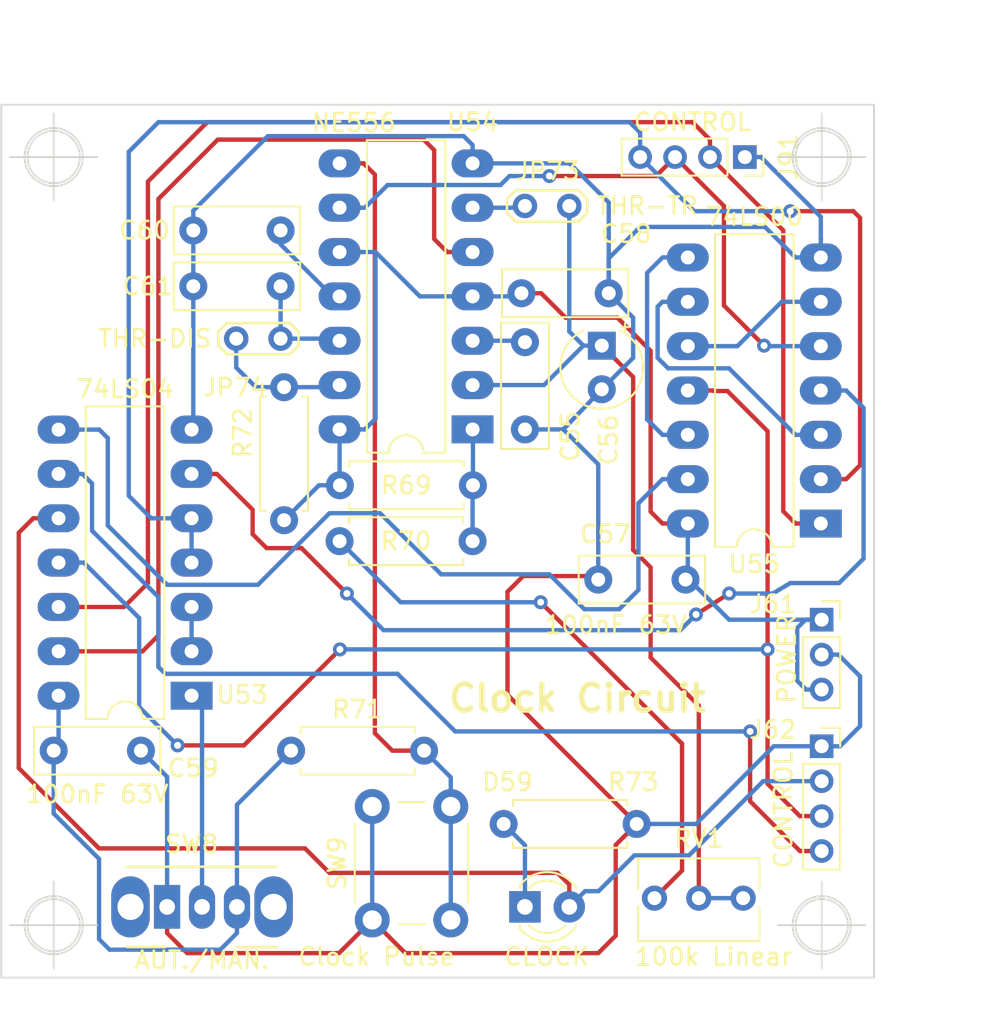
<source format=kicad_pcb>
(kicad_pcb (version 20171130) (host pcbnew 5.1.5+dfsg1-2build2)

  (general
    (thickness 1.6)
    (drawings 15)
    (tracks 299)
    (zones 0)
    (modules 24)
    (nets 27)
  )

  (page A4)
  (title_block
    (title "Clock Circuit")
    (date 2021-02-21)
    (rev 2)
    (comment 1 "Tec. Henrique Silva")
  )

  (layers
    (0 F.Cu signal)
    (31 B.Cu signal)
    (32 B.Adhes user)
    (33 F.Adhes user)
    (34 B.Paste user)
    (35 F.Paste user)
    (36 B.SilkS user)
    (37 F.SilkS user)
    (38 B.Mask user)
    (39 F.Mask user)
    (40 Dwgs.User user)
    (41 Cmts.User user)
    (42 Eco1.User user)
    (43 Eco2.User user)
    (44 Edge.Cuts user)
    (45 Margin user)
    (46 B.CrtYd user)
    (47 F.CrtYd user)
    (48 B.Fab user)
    (49 F.Fab user)
  )

  (setup
    (last_trace_width 0.25)
    (trace_clearance 0.2)
    (zone_clearance 0.508)
    (zone_45_only no)
    (trace_min 0.2)
    (via_size 0.8)
    (via_drill 0.4)
    (via_min_size 0.4)
    (via_min_drill 0.3)
    (uvia_size 0.3)
    (uvia_drill 0.1)
    (uvias_allowed no)
    (uvia_min_size 0.2)
    (uvia_min_drill 0.1)
    (edge_width 0.1)
    (segment_width 0.2)
    (pcb_text_width 0.3)
    (pcb_text_size 1.5 1.5)
    (mod_edge_width 0.15)
    (mod_text_size 1 1)
    (mod_text_width 0.15)
    (pad_size 1.524 1.524)
    (pad_drill 0.762)
    (pad_to_mask_clearance 0)
    (aux_axis_origin 0 0)
    (visible_elements FFFFFF7F)
    (pcbplotparams
      (layerselection 0x010fc_ffffffff)
      (usegerberextensions false)
      (usegerberattributes false)
      (usegerberadvancedattributes false)
      (creategerberjobfile false)
      (excludeedgelayer true)
      (linewidth 0.100000)
      (plotframeref false)
      (viasonmask false)
      (mode 1)
      (useauxorigin false)
      (hpglpennumber 1)
      (hpglpenspeed 20)
      (hpglpendiameter 15.000000)
      (psnegative false)
      (psa4output false)
      (plotreference true)
      (plotvalue true)
      (plotinvisibletext false)
      (padsonsilk false)
      (subtractmaskfromsilk false)
      (outputformat 1)
      (mirror false)
      (drillshape 1)
      (scaleselection 1)
      (outputdirectory ""))
  )

  (net 0 "")
  (net 1 GND)
  (net 2 "Net-(C55-Pad1)")
  (net 3 "Net-(C56-Pad1)")
  (net 4 +5V)
  (net 5 "Net-(C60-Pad1)")
  (net 6 "Net-(C61-Pad1)")
  (net 7 CLOCK)
  (net 8 "Net-(D59-Pad1)")
  (net 9 HLT)
  (net 10 \CLOCK)
  (net 11 SELECT)
  (net 12 CLOCK_MAN)
  (net 13 CLOCK_OUTO)
  (net 14 "Net-(JP73-Pad1)")
  (net 15 "Net-(JP74-Pad2)")
  (net 16 "Net-(R69-Pad2)")
  (net 17 "Net-(R70-Pad2)")
  (net 18 "Net-(R71-Pad2)")
  (net 19 "Net-(SW8-Pad2)")
  (net 20 "Net-(U53-Pad13)")
  (net 21 "Net-(U53-Pad6)")
  (net 22 "Net-(U53-Pad2)")
  (net 23 "Net-(U53-Pad8)")
  (net 24 "Net-(U55-Pad10)")
  (net 25 "Net-(U55-Pad12)")
  (net 26 "Net-(U55-Pad3)")

  (net_class Default "This is the default net class."
    (clearance 0.2)
    (trace_width 0.25)
    (via_dia 0.8)
    (via_drill 0.4)
    (uvia_dia 0.3)
    (uvia_drill 0.1)
    (add_net +5V)
    (add_net CLOCK)
    (add_net CLOCK_MAN)
    (add_net CLOCK_OUTO)
    (add_net GND)
    (add_net HLT)
    (add_net "Net-(C55-Pad1)")
    (add_net "Net-(C56-Pad1)")
    (add_net "Net-(C60-Pad1)")
    (add_net "Net-(C61-Pad1)")
    (add_net "Net-(D59-Pad1)")
    (add_net "Net-(JP73-Pad1)")
    (add_net "Net-(JP74-Pad2)")
    (add_net "Net-(R69-Pad2)")
    (add_net "Net-(R70-Pad2)")
    (add_net "Net-(R71-Pad2)")
    (add_net "Net-(SW8-Pad2)")
    (add_net "Net-(U53-Pad13)")
    (add_net "Net-(U53-Pad2)")
    (add_net "Net-(U53-Pad6)")
    (add_net "Net-(U53-Pad8)")
    (add_net "Net-(U55-Pad10)")
    (add_net "Net-(U55-Pad12)")
    (add_net "Net-(U55-Pad3)")
    (add_net SELECT)
    (add_net \CLOCK)
  )

  (module Connector_PinSocket_2.00mm:PinSocket_1x04_P2.00mm_Vertical (layer F.Cu) (tedit 5A19A425) (tstamp 600F07C7)
    (at 177 108.75)
    (descr "Through hole straight socket strip, 1x04, 2.00mm pitch, single row (from Kicad 4.0.7), script generated")
    (tags "Through hole socket strip THT 1x04 2.00mm single row")
    (path /6317115B)
    (fp_text reference J62 (at -2.8 -0.95) (layer F.SilkS)
      (effects (font (size 1 1) (thickness 0.15)))
    )
    (fp_text value CONTROL (at -2.2 3.65 90) (layer F.SilkS)
      (effects (font (size 1 1) (thickness 0.15)))
    )
    (fp_text user %R (at 0 3 90) (layer F.Fab)
      (effects (font (size 1 1) (thickness 0.15)))
    )
    (fp_line (start -1.5 7.5) (end -1.5 -1.5) (layer F.CrtYd) (width 0.05))
    (fp_line (start 1.5 7.5) (end -1.5 7.5) (layer F.CrtYd) (width 0.05))
    (fp_line (start 1.5 -1.5) (end 1.5 7.5) (layer F.CrtYd) (width 0.05))
    (fp_line (start -1.5 -1.5) (end 1.5 -1.5) (layer F.CrtYd) (width 0.05))
    (fp_line (start 0 -1.06) (end 1.06 -1.06) (layer F.SilkS) (width 0.12))
    (fp_line (start 1.06 -1.06) (end 1.06 0) (layer F.SilkS) (width 0.12))
    (fp_line (start 1.06 1) (end 1.06 7.06) (layer F.SilkS) (width 0.12))
    (fp_line (start -1.06 7.06) (end 1.06 7.06) (layer F.SilkS) (width 0.12))
    (fp_line (start -1.06 1) (end -1.06 7.06) (layer F.SilkS) (width 0.12))
    (fp_line (start -1.06 1) (end 1.06 1) (layer F.SilkS) (width 0.12))
    (fp_line (start -1 7) (end -1 -1) (layer F.Fab) (width 0.1))
    (fp_line (start 1 7) (end -1 7) (layer F.Fab) (width 0.1))
    (fp_line (start 1 -0.5) (end 1 7) (layer F.Fab) (width 0.1))
    (fp_line (start 0.5 -1) (end 1 -0.5) (layer F.Fab) (width 0.1))
    (fp_line (start -1 -1) (end 0.5 -1) (layer F.Fab) (width 0.1))
    (pad 4 thru_hole oval (at 0 6) (size 1.35 1.35) (drill 0.8) (layers *.Cu *.Mask)
      (net 9 HLT))
    (pad 3 thru_hole oval (at 0 4) (size 1.35 1.35) (drill 0.8) (layers *.Cu *.Mask)
      (net 10 \CLOCK))
    (pad 2 thru_hole oval (at 0 2) (size 1.35 1.35) (drill 0.8) (layers *.Cu *.Mask)
      (net 7 CLOCK))
    (pad 1 thru_hole rect (at 0 0) (size 1.35 1.35) (drill 0.8) (layers *.Cu *.Mask)
      (net 1 GND))
    (model ${KISYS3DMOD}/Connector_PinSocket_2.00mm.3dshapes/PinSocket_1x04_P2.00mm_Vertical.wrl
      (at (xyz 0 0 0))
      (scale (xyz 1 1 1))
      (rotate (xyz 0 0 0))
    )
  )

  (module Package_DIP:DIP-14_W7.62mm_LongPads (layer F.Cu) (tedit 5A02E8C5) (tstamp 600F0A6F)
    (at 176.95 95.99 180)
    (descr "14-lead though-hole mounted DIP package, row spacing 7.62 mm (300 mils), LongPads")
    (tags "THT DIP DIL PDIP 2.54mm 7.62mm 300mil LongPads")
    (path /6004C284)
    (fp_text reference U55 (at 3.81 -2.33) (layer F.SilkS)
      (effects (font (size 1 1) (thickness 0.15)))
    )
    (fp_text value 74LS00 (at 3.81 17.57) (layer F.SilkS)
      (effects (font (size 1 1) (thickness 0.15)))
    )
    (fp_text user %R (at 3.81 7.62) (layer F.Fab)
      (effects (font (size 1 1) (thickness 0.15)))
    )
    (fp_line (start 9.1 -1.55) (end -1.45 -1.55) (layer F.CrtYd) (width 0.05))
    (fp_line (start 9.1 16.8) (end 9.1 -1.55) (layer F.CrtYd) (width 0.05))
    (fp_line (start -1.45 16.8) (end 9.1 16.8) (layer F.CrtYd) (width 0.05))
    (fp_line (start -1.45 -1.55) (end -1.45 16.8) (layer F.CrtYd) (width 0.05))
    (fp_line (start 6.06 -1.33) (end 4.81 -1.33) (layer F.SilkS) (width 0.12))
    (fp_line (start 6.06 16.57) (end 6.06 -1.33) (layer F.SilkS) (width 0.12))
    (fp_line (start 1.56 16.57) (end 6.06 16.57) (layer F.SilkS) (width 0.12))
    (fp_line (start 1.56 -1.33) (end 1.56 16.57) (layer F.SilkS) (width 0.12))
    (fp_line (start 2.81 -1.33) (end 1.56 -1.33) (layer F.SilkS) (width 0.12))
    (fp_line (start 0.635 -0.27) (end 1.635 -1.27) (layer F.Fab) (width 0.1))
    (fp_line (start 0.635 16.51) (end 0.635 -0.27) (layer F.Fab) (width 0.1))
    (fp_line (start 6.985 16.51) (end 0.635 16.51) (layer F.Fab) (width 0.1))
    (fp_line (start 6.985 -1.27) (end 6.985 16.51) (layer F.Fab) (width 0.1))
    (fp_line (start 1.635 -1.27) (end 6.985 -1.27) (layer F.Fab) (width 0.1))
    (fp_arc (start 3.81 -1.33) (end 2.81 -1.33) (angle -180) (layer F.SilkS) (width 0.12))
    (pad 14 thru_hole oval (at 7.62 0 180) (size 2.4 1.6) (drill 0.8) (layers *.Cu *.Mask)
      (net 4 +5V))
    (pad 7 thru_hole oval (at 0 15.24 180) (size 2.4 1.6) (drill 0.8) (layers *.Cu *.Mask)
      (net 1 GND))
    (pad 13 thru_hole oval (at 7.62 2.54 180) (size 2.4 1.6) (drill 0.8) (layers *.Cu *.Mask)
      (net 23 "Net-(U53-Pad8)"))
    (pad 6 thru_hole oval (at 0 12.7 180) (size 2.4 1.6) (drill 0.8) (layers *.Cu *.Mask)
      (net 24 "Net-(U55-Pad10)"))
    (pad 12 thru_hole oval (at 7.62 5.08 180) (size 2.4 1.6) (drill 0.8) (layers *.Cu *.Mask)
      (net 25 "Net-(U55-Pad12)"))
    (pad 5 thru_hole oval (at 0 10.16 180) (size 2.4 1.6) (drill 0.8) (layers *.Cu *.Mask)
      (net 12 CLOCK_MAN))
    (pad 11 thru_hole oval (at 7.62 7.62 180) (size 2.4 1.6) (drill 0.8) (layers *.Cu *.Mask)
      (net 10 \CLOCK))
    (pad 4 thru_hole oval (at 0 7.62 180) (size 2.4 1.6) (drill 0.8) (layers *.Cu *.Mask)
      (net 21 "Net-(U53-Pad6)"))
    (pad 10 thru_hole oval (at 7.62 10.16 180) (size 2.4 1.6) (drill 0.8) (layers *.Cu *.Mask)
      (net 24 "Net-(U55-Pad10)"))
    (pad 3 thru_hole oval (at 0 5.08 180) (size 2.4 1.6) (drill 0.8) (layers *.Cu *.Mask)
      (net 26 "Net-(U55-Pad3)"))
    (pad 9 thru_hole oval (at 7.62 12.7 180) (size 2.4 1.6) (drill 0.8) (layers *.Cu *.Mask)
      (net 26 "Net-(U55-Pad3)"))
    (pad 2 thru_hole oval (at 0 2.54 180) (size 2.4 1.6) (drill 0.8) (layers *.Cu *.Mask)
      (net 11 SELECT))
    (pad 8 thru_hole oval (at 7.62 15.24 180) (size 2.4 1.6) (drill 0.8) (layers *.Cu *.Mask)
      (net 25 "Net-(U55-Pad12)"))
    (pad 1 thru_hole rect (at 0 0 180) (size 2.4 1.6) (drill 0.8) (layers *.Cu *.Mask)
      (net 13 CLOCK_OUTO))
    (model ${KISYS3DMOD}/Package_DIP.3dshapes/DIP-14_W7.62mm.wrl
      (at (xyz 0 0 0))
      (scale (xyz 1 1 1))
      (rotate (xyz 0 0 0))
    )
  )

  (module Package_DIP:DIP-14_W7.62mm_LongPads (layer F.Cu) (tedit 5A02E8C5) (tstamp 600F0B6E)
    (at 157 90.6 180)
    (descr "14-lead though-hole mounted DIP package, row spacing 7.62 mm (300 mils), LongPads")
    (tags "THT DIP DIL PDIP 2.54mm 7.62mm 300mil LongPads")
    (path /5FF43A10)
    (fp_text reference U54 (at 0 17.6) (layer F.SilkS)
      (effects (font (size 1 1) (thickness 0.15)))
    )
    (fp_text value NE556 (at 6.8 17.57) (layer F.SilkS)
      (effects (font (size 1 1) (thickness 0.15)))
    )
    (fp_text user %R (at 3.81 7.62) (layer F.Fab)
      (effects (font (size 1 1) (thickness 0.15)))
    )
    (fp_line (start 9.1 -1.55) (end -1.45 -1.55) (layer F.CrtYd) (width 0.05))
    (fp_line (start 9.1 16.8) (end 9.1 -1.55) (layer F.CrtYd) (width 0.05))
    (fp_line (start -1.45 16.8) (end 9.1 16.8) (layer F.CrtYd) (width 0.05))
    (fp_line (start -1.45 -1.55) (end -1.45 16.8) (layer F.CrtYd) (width 0.05))
    (fp_line (start 6.06 -1.33) (end 4.81 -1.33) (layer F.SilkS) (width 0.12))
    (fp_line (start 6.06 16.57) (end 6.06 -1.33) (layer F.SilkS) (width 0.12))
    (fp_line (start 1.56 16.57) (end 6.06 16.57) (layer F.SilkS) (width 0.12))
    (fp_line (start 1.56 -1.33) (end 1.56 16.57) (layer F.SilkS) (width 0.12))
    (fp_line (start 2.81 -1.33) (end 1.56 -1.33) (layer F.SilkS) (width 0.12))
    (fp_line (start 0.635 -0.27) (end 1.635 -1.27) (layer F.Fab) (width 0.1))
    (fp_line (start 0.635 16.51) (end 0.635 -0.27) (layer F.Fab) (width 0.1))
    (fp_line (start 6.985 16.51) (end 0.635 16.51) (layer F.Fab) (width 0.1))
    (fp_line (start 6.985 -1.27) (end 6.985 16.51) (layer F.Fab) (width 0.1))
    (fp_line (start 1.635 -1.27) (end 6.985 -1.27) (layer F.Fab) (width 0.1))
    (fp_arc (start 3.81 -1.33) (end 2.81 -1.33) (angle -180) (layer F.SilkS) (width 0.12))
    (pad 14 thru_hole oval (at 7.62 0 180) (size 2.4 1.6) (drill 0.8) (layers *.Cu *.Mask)
      (net 4 +5V))
    (pad 7 thru_hole oval (at 0 15.24 180) (size 2.4 1.6) (drill 0.8) (layers *.Cu *.Mask)
      (net 1 GND))
    (pad 13 thru_hole oval (at 7.62 2.54 180) (size 2.4 1.6) (drill 0.8) (layers *.Cu *.Mask)
      (net 15 "Net-(JP74-Pad2)"))
    (pad 6 thru_hole oval (at 0 12.7 180) (size 2.4 1.6) (drill 0.8) (layers *.Cu *.Mask)
      (net 14 "Net-(JP73-Pad1)"))
    (pad 12 thru_hole oval (at 7.62 5.08 180) (size 2.4 1.6) (drill 0.8) (layers *.Cu *.Mask)
      (net 6 "Net-(C61-Pad1)"))
    (pad 5 thru_hole oval (at 0 10.16 180) (size 2.4 1.6) (drill 0.8) (layers *.Cu *.Mask)
      (net 20 "Net-(U53-Pad13)"))
    (pad 11 thru_hole oval (at 7.62 7.62 180) (size 2.4 1.6) (drill 0.8) (layers *.Cu *.Mask)
      (net 5 "Net-(C60-Pad1)"))
    (pad 4 thru_hole oval (at 0 7.62 180) (size 2.4 1.6) (drill 0.8) (layers *.Cu *.Mask)
      (net 4 +5V))
    (pad 10 thru_hole oval (at 7.62 10.16 180) (size 2.4 1.6) (drill 0.8) (layers *.Cu *.Mask)
      (net 4 +5V))
    (pad 3 thru_hole oval (at 0 5.08 180) (size 2.4 1.6) (drill 0.8) (layers *.Cu *.Mask)
      (net 2 "Net-(C55-Pad1)"))
    (pad 9 thru_hole oval (at 7.62 12.7 180) (size 2.4 1.6) (drill 0.8) (layers *.Cu *.Mask)
      (net 12 CLOCK_MAN))
    (pad 2 thru_hole oval (at 0 2.54 180) (size 2.4 1.6) (drill 0.8) (layers *.Cu *.Mask)
      (net 3 "Net-(C56-Pad1)"))
    (pad 8 thru_hole oval (at 7.62 15.24 180) (size 2.4 1.6) (drill 0.8) (layers *.Cu *.Mask)
      (net 18 "Net-(R71-Pad2)"))
    (pad 1 thru_hole rect (at 0 0 180) (size 2.4 1.6) (drill 0.8) (layers *.Cu *.Mask)
      (net 16 "Net-(R69-Pad2)"))
    (model ${KISYS3DMOD}/Package_DIP.3dshapes/DIP-14_W7.62mm.wrl
      (at (xyz 0 0 0))
      (scale (xyz 1 1 1))
      (rotate (xyz 0 0 0))
    )
  )

  (module Package_DIP:DIP-14_W7.62mm_LongPads (layer F.Cu) (tedit 5A02E8C5) (tstamp 600F03B6)
    (at 140.9 105.85 180)
    (descr "14-lead though-hole mounted DIP package, row spacing 7.62 mm (300 mils), LongPads")
    (tags "THT DIP DIL PDIP 2.54mm 7.62mm 300mil LongPads")
    (path /5FFE58E0)
    (fp_text reference U53 (at -2.9 0.05) (layer F.SilkS)
      (effects (font (size 1 1) (thickness 0.15)))
    )
    (fp_text value 74LS04 (at 3.81 17.57) (layer F.SilkS)
      (effects (font (size 1 1) (thickness 0.15)))
    )
    (fp_text user %R (at 3.81 7.62) (layer F.Fab)
      (effects (font (size 1 1) (thickness 0.15)))
    )
    (fp_line (start 9.1 -1.55) (end -1.45 -1.55) (layer F.CrtYd) (width 0.05))
    (fp_line (start 9.1 16.8) (end 9.1 -1.55) (layer F.CrtYd) (width 0.05))
    (fp_line (start -1.45 16.8) (end 9.1 16.8) (layer F.CrtYd) (width 0.05))
    (fp_line (start -1.45 -1.55) (end -1.45 16.8) (layer F.CrtYd) (width 0.05))
    (fp_line (start 6.06 -1.33) (end 4.81 -1.33) (layer F.SilkS) (width 0.12))
    (fp_line (start 6.06 16.57) (end 6.06 -1.33) (layer F.SilkS) (width 0.12))
    (fp_line (start 1.56 16.57) (end 6.06 16.57) (layer F.SilkS) (width 0.12))
    (fp_line (start 1.56 -1.33) (end 1.56 16.57) (layer F.SilkS) (width 0.12))
    (fp_line (start 2.81 -1.33) (end 1.56 -1.33) (layer F.SilkS) (width 0.12))
    (fp_line (start 0.635 -0.27) (end 1.635 -1.27) (layer F.Fab) (width 0.1))
    (fp_line (start 0.635 16.51) (end 0.635 -0.27) (layer F.Fab) (width 0.1))
    (fp_line (start 6.985 16.51) (end 0.635 16.51) (layer F.Fab) (width 0.1))
    (fp_line (start 6.985 -1.27) (end 6.985 16.51) (layer F.Fab) (width 0.1))
    (fp_line (start 1.635 -1.27) (end 6.985 -1.27) (layer F.Fab) (width 0.1))
    (fp_arc (start 3.81 -1.33) (end 2.81 -1.33) (angle -180) (layer F.SilkS) (width 0.12))
    (pad 14 thru_hole oval (at 7.62 0 180) (size 2.4 1.6) (drill 0.8) (layers *.Cu *.Mask)
      (net 4 +5V))
    (pad 7 thru_hole oval (at 0 15.24 180) (size 2.4 1.6) (drill 0.8) (layers *.Cu *.Mask)
      (net 1 GND))
    (pad 13 thru_hole oval (at 7.62 2.54 180) (size 2.4 1.6) (drill 0.8) (layers *.Cu *.Mask)
      (net 20 "Net-(U53-Pad13)"))
    (pad 6 thru_hole oval (at 0 12.7 180) (size 2.4 1.6) (drill 0.8) (layers *.Cu *.Mask)
      (net 21 "Net-(U53-Pad6)"))
    (pad 12 thru_hole oval (at 7.62 5.08 180) (size 2.4 1.6) (drill 0.8) (layers *.Cu *.Mask)
      (net 13 CLOCK_OUTO))
    (pad 5 thru_hole oval (at 0 10.16 180) (size 2.4 1.6) (drill 0.8) (layers *.Cu *.Mask)
      (net 11 SELECT))
    (pad 11 thru_hole oval (at 7.62 7.62 180) (size 2.4 1.6) (drill 0.8) (layers *.Cu *.Mask)
      (net 10 \CLOCK))
    (pad 4 thru_hole oval (at 0 7.62 180) (size 2.4 1.6) (drill 0.8) (layers *.Cu *.Mask)
      (net 11 SELECT))
    (pad 10 thru_hole oval (at 7.62 10.16 180) (size 2.4 1.6) (drill 0.8) (layers *.Cu *.Mask)
      (net 7 CLOCK))
    (pad 3 thru_hole oval (at 0 5.08 180) (size 2.4 1.6) (drill 0.8) (layers *.Cu *.Mask)
      (net 22 "Net-(U53-Pad2)"))
    (pad 9 thru_hole oval (at 7.62 12.7 180) (size 2.4 1.6) (drill 0.8) (layers *.Cu *.Mask)
      (net 9 HLT))
    (pad 2 thru_hole oval (at 0 2.54 180) (size 2.4 1.6) (drill 0.8) (layers *.Cu *.Mask)
      (net 22 "Net-(U53-Pad2)"))
    (pad 8 thru_hole oval (at 7.62 15.24 180) (size 2.4 1.6) (drill 0.8) (layers *.Cu *.Mask)
      (net 23 "Net-(U53-Pad8)"))
    (pad 1 thru_hole rect (at 0 0 180) (size 2.4 1.6) (drill 0.8) (layers *.Cu *.Mask)
      (net 19 "Net-(SW8-Pad2)"))
    (model ${KISYS3DMOD}/Package_DIP.3dshapes/DIP-14_W7.62mm.wrl
      (at (xyz 0 0 0))
      (scale (xyz 1 1 1))
      (rotate (xyz 0 0 0))
    )
  )

  (module Button_Switch_THT:SW_PUSH_6mm_H5mm (layer F.Cu) (tedit 5A02FE31) (tstamp 600EF9AC)
    (at 151.25 118.7 90)
    (descr "tactile push button, 6x6mm e.g. PHAP33xx series, height=5mm")
    (tags "tact sw push 6mm")
    (path /6018B713)
    (fp_text reference SW9 (at 3.25 -2 90) (layer F.SilkS)
      (effects (font (size 1 1) (thickness 0.15)))
    )
    (fp_text value "Clock Pulse" (at -2.1 0.25 180) (layer F.SilkS)
      (effects (font (size 1 1) (thickness 0.15)))
    )
    (fp_circle (center 3.25 2.25) (end 1.25 2.5) (layer F.Fab) (width 0.1))
    (fp_line (start 6.75 3) (end 6.75 1.5) (layer F.SilkS) (width 0.12))
    (fp_line (start 5.5 -1) (end 1 -1) (layer F.SilkS) (width 0.12))
    (fp_line (start -0.25 1.5) (end -0.25 3) (layer F.SilkS) (width 0.12))
    (fp_line (start 1 5.5) (end 5.5 5.5) (layer F.SilkS) (width 0.12))
    (fp_line (start 8 -1.25) (end 8 5.75) (layer F.CrtYd) (width 0.05))
    (fp_line (start 7.75 6) (end -1.25 6) (layer F.CrtYd) (width 0.05))
    (fp_line (start -1.5 5.75) (end -1.5 -1.25) (layer F.CrtYd) (width 0.05))
    (fp_line (start -1.25 -1.5) (end 7.75 -1.5) (layer F.CrtYd) (width 0.05))
    (fp_line (start -1.5 6) (end -1.25 6) (layer F.CrtYd) (width 0.05))
    (fp_line (start -1.5 5.75) (end -1.5 6) (layer F.CrtYd) (width 0.05))
    (fp_line (start -1.5 -1.5) (end -1.25 -1.5) (layer F.CrtYd) (width 0.05))
    (fp_line (start -1.5 -1.25) (end -1.5 -1.5) (layer F.CrtYd) (width 0.05))
    (fp_line (start 8 -1.5) (end 8 -1.25) (layer F.CrtYd) (width 0.05))
    (fp_line (start 7.75 -1.5) (end 8 -1.5) (layer F.CrtYd) (width 0.05))
    (fp_line (start 8 6) (end 8 5.75) (layer F.CrtYd) (width 0.05))
    (fp_line (start 7.75 6) (end 8 6) (layer F.CrtYd) (width 0.05))
    (fp_line (start 0.25 -0.75) (end 3.25 -0.75) (layer F.Fab) (width 0.1))
    (fp_line (start 0.25 5.25) (end 0.25 -0.75) (layer F.Fab) (width 0.1))
    (fp_line (start 6.25 5.25) (end 0.25 5.25) (layer F.Fab) (width 0.1))
    (fp_line (start 6.25 -0.75) (end 6.25 5.25) (layer F.Fab) (width 0.1))
    (fp_line (start 3.25 -0.75) (end 6.25 -0.75) (layer F.Fab) (width 0.1))
    (fp_text user %R (at 3.25 2.25 90) (layer F.Fab)
      (effects (font (size 1 1) (thickness 0.15)))
    )
    (pad 1 thru_hole circle (at 6.5 0 180) (size 2 2) (drill 1.1) (layers *.Cu *.Mask)
      (net 1 GND))
    (pad 2 thru_hole circle (at 6.5 4.5 180) (size 2 2) (drill 1.1) (layers *.Cu *.Mask)
      (net 18 "Net-(R71-Pad2)"))
    (pad 1 thru_hole circle (at 0 0 180) (size 2 2) (drill 1.1) (layers *.Cu *.Mask)
      (net 1 GND))
    (pad 2 thru_hole circle (at 0 4.5 180) (size 2 2) (drill 1.1) (layers *.Cu *.Mask)
      (net 18 "Net-(R71-Pad2)"))
    (model ${KISYS3DMOD}/Button_Switch_THT.3dshapes/SW_PUSH_6mm_H5mm.wrl
      (at (xyz 0 0 0))
      (scale (xyz 1 1 1))
      (rotate (xyz 0 0 0))
    )
  )

  (module Button_Switch_THT:SW_CuK_OS102011MA1QN1_SPDT_Angled (layer F.Cu) (tedit 5A02FE31) (tstamp 600EF98D)
    (at 139.5 117.95)
    (descr "CuK miniature slide switch, OS series, SPDT, right angle, http://www.ckswitches.com/media/1428/os.pdf")
    (tags "switch SPDT")
    (path /6001030A)
    (fp_text reference SW8 (at 1.4 -3.6) (layer F.SilkS)
      (effects (font (size 1 1) (thickness 0.15)))
    )
    (fp_text value AUT./MAN. (at 2 3.05) (layer F.SilkS)
      (effects (font (size 1 1) (thickness 0.15)))
    )
    (fp_line (start -3.7 -2.7) (end 7.7 -2.7) (layer F.CrtYd) (width 0.05))
    (fp_line (start -3.7 6.7) (end -3.7 -2.7) (layer F.CrtYd) (width 0.05))
    (fp_line (start 7.7 6.7) (end -3.7 6.7) (layer F.CrtYd) (width 0.05))
    (fp_line (start 7.7 -2.7) (end 7.7 6.7) (layer F.CrtYd) (width 0.05))
    (fp_line (start 4 2.3) (end 6.3 2.3) (layer F.SilkS) (width 0.15))
    (fp_line (start -2.3 2.3) (end -0.1 2.3) (layer F.SilkS) (width 0.15))
    (fp_line (start -2.3 -2.3) (end 6.3 -2.3) (layer F.SilkS) (width 0.15))
    (fp_line (start 0 6.2) (end 0 2.2) (layer F.Fab) (width 0.1))
    (fp_line (start 2 6.2) (end 0 6.2) (layer F.Fab) (width 0.1))
    (fp_line (start 2 2.2) (end 2 6.2) (layer F.Fab) (width 0.1))
    (fp_line (start 6.3 2.2) (end 6.3 -2.2) (layer F.Fab) (width 0.1))
    (fp_line (start -2.3 2.2) (end 6.3 2.2) (layer F.Fab) (width 0.1))
    (fp_line (start -2.3 -2.2) (end -2.3 2.2) (layer F.Fab) (width 0.1))
    (fp_line (start -2.3 -2.2) (end 6.3 -2.2) (layer F.Fab) (width 0.1))
    (fp_text user %R (at 2.3 1.7) (layer F.Fab)
      (effects (font (size 0.5 0.5) (thickness 0.1)))
    )
    (pad "" thru_hole oval (at 6.1 0) (size 2.2 3.5) (drill 1.5) (layers *.Cu *.Mask))
    (pad "" thru_hole oval (at -2.1 0) (size 2.2 3.5) (drill 1.5) (layers *.Cu *.Mask))
    (pad 3 thru_hole oval (at 4 0) (size 1.5 2.5) (drill 0.9) (layers *.Cu *.Mask)
      (net 4 +5V))
    (pad 2 thru_hole oval (at 2 0) (size 1.5 2.5) (drill 0.9) (layers *.Cu *.Mask)
      (net 19 "Net-(SW8-Pad2)"))
    (pad 1 thru_hole rect (at 0 0) (size 1.5 2.5) (drill 0.9) (layers *.Cu *.Mask)
      (net 1 GND))
    (model ${KISYS3DMOD}/Button_Switch_THT.3dshapes/SW_CuK_OS102011MA1QN1_SPDT_Angled.wrl
      (at (xyz 0 0 0))
      (scale (xyz 1 1 1))
      (rotate (xyz 0 0 0))
    )
  )

  (module Potentiometer_THT:Potentiometer_Bourns_3266Y_Vertical (layer F.Cu) (tedit 5A3D4994) (tstamp 600EF975)
    (at 172.5 117.45)
    (descr "Potentiometer, vertical, Bourns 3266Y, https://www.bourns.com/docs/Product-Datasheets/3266.pdf")
    (tags "Potentiometer vertical Bourns 3266Y")
    (path /5FF6792D)
    (fp_text reference RV1 (at -2.54 -3.41) (layer F.SilkS)
      (effects (font (size 1 1) (thickness 0.15)))
    )
    (fp_text value "100k Linear" (at -1.7 3.35) (layer F.SilkS)
      (effects (font (size 1 1) (thickness 0.15)))
    )
    (fp_text user %R (at -3.15 0.09) (layer F.Fab)
      (effects (font (size 0.92 0.92) (thickness 0.15)))
    )
    (fp_line (start 1.1 -2.45) (end -6.15 -2.45) (layer F.CrtYd) (width 0.05))
    (fp_line (start 1.1 2.6) (end 1.1 -2.45) (layer F.CrtYd) (width 0.05))
    (fp_line (start -6.15 2.6) (end 1.1 2.6) (layer F.CrtYd) (width 0.05))
    (fp_line (start -6.15 -2.45) (end -6.15 2.6) (layer F.CrtYd) (width 0.05))
    (fp_line (start 0.935 0.496) (end 0.935 2.46) (layer F.SilkS) (width 0.12))
    (fp_line (start 0.935 -2.28) (end 0.935 -0.494) (layer F.SilkS) (width 0.12))
    (fp_line (start -6.015 0.496) (end -6.015 2.46) (layer F.SilkS) (width 0.12))
    (fp_line (start -6.015 -2.28) (end -6.015 -0.494) (layer F.SilkS) (width 0.12))
    (fp_line (start -6.015 2.46) (end 0.935 2.46) (layer F.SilkS) (width 0.12))
    (fp_line (start -6.015 -2.28) (end 0.935 -2.28) (layer F.SilkS) (width 0.12))
    (fp_line (start -0.405 1.952) (end -0.404 0.189) (layer F.Fab) (width 0.1))
    (fp_line (start -0.405 1.952) (end -0.404 0.189) (layer F.Fab) (width 0.1))
    (fp_line (start 0.815 -2.16) (end -5.895 -2.16) (layer F.Fab) (width 0.1))
    (fp_line (start 0.815 2.34) (end 0.815 -2.16) (layer F.Fab) (width 0.1))
    (fp_line (start -5.895 2.34) (end 0.815 2.34) (layer F.Fab) (width 0.1))
    (fp_line (start -5.895 -2.16) (end -5.895 2.34) (layer F.Fab) (width 0.1))
    (fp_circle (center -0.405 1.07) (end 0.485 1.07) (layer F.Fab) (width 0.1))
    (pad 3 thru_hole circle (at -5.08 0) (size 1.44 1.44) (drill 0.8) (layers *.Cu *.Mask)
      (net 17 "Net-(R70-Pad2)"))
    (pad 2 thru_hole circle (at -2.54 0) (size 1.44 1.44) (drill 0.8) (layers *.Cu *.Mask)
      (net 3 "Net-(C56-Pad1)"))
    (pad 1 thru_hole circle (at 0 0) (size 1.44 1.44) (drill 0.8) (layers *.Cu *.Mask)
      (net 3 "Net-(C56-Pad1)"))
    (model ${KISYS3DMOD}/Potentiometer_THT.3dshapes/Potentiometer_Bourns_3266Y_Vertical.wrl
      (at (xyz 0 0 0))
      (scale (xyz 1 1 1))
      (rotate (xyz 0 0 0))
    )
  )

  (module Resistor_THT:R_Axial_DIN0207_L6.3mm_D2.5mm_P7.62mm_Horizontal (layer F.Cu) (tedit 5AE5139B) (tstamp 600F08AA)
    (at 166.4 113.2 180)
    (descr "Resistor, Axial_DIN0207 series, Axial, Horizontal, pin pitch=7.62mm, 0.25W = 1/4W, length*diameter=6.3*2.5mm^2, http://cdn-reichelt.de/documents/datenblatt/B400/1_4W%23YAG.pdf")
    (tags "Resistor Axial_DIN0207 series Axial Horizontal pin pitch 7.62mm 0.25W = 1/4W length 6.3mm diameter 2.5mm")
    (path /601BA5B4)
    (fp_text reference R73 (at 0.2 2.4) (layer F.SilkS)
      (effects (font (size 1 1) (thickness 0.15)))
    )
    (fp_text value 470 (at 3.81 2.37) (layer F.Fab)
      (effects (font (size 1 1) (thickness 0.15)))
    )
    (fp_text user %R (at 3.81 0) (layer F.Fab)
      (effects (font (size 1 1) (thickness 0.15)))
    )
    (fp_line (start 8.67 -1.5) (end -1.05 -1.5) (layer F.CrtYd) (width 0.05))
    (fp_line (start 8.67 1.5) (end 8.67 -1.5) (layer F.CrtYd) (width 0.05))
    (fp_line (start -1.05 1.5) (end 8.67 1.5) (layer F.CrtYd) (width 0.05))
    (fp_line (start -1.05 -1.5) (end -1.05 1.5) (layer F.CrtYd) (width 0.05))
    (fp_line (start 7.08 1.37) (end 7.08 1.04) (layer F.SilkS) (width 0.12))
    (fp_line (start 0.54 1.37) (end 7.08 1.37) (layer F.SilkS) (width 0.12))
    (fp_line (start 0.54 1.04) (end 0.54 1.37) (layer F.SilkS) (width 0.12))
    (fp_line (start 7.08 -1.37) (end 7.08 -1.04) (layer F.SilkS) (width 0.12))
    (fp_line (start 0.54 -1.37) (end 7.08 -1.37) (layer F.SilkS) (width 0.12))
    (fp_line (start 0.54 -1.04) (end 0.54 -1.37) (layer F.SilkS) (width 0.12))
    (fp_line (start 7.62 0) (end 6.96 0) (layer F.Fab) (width 0.1))
    (fp_line (start 0 0) (end 0.66 0) (layer F.Fab) (width 0.1))
    (fp_line (start 6.96 -1.25) (end 0.66 -1.25) (layer F.Fab) (width 0.1))
    (fp_line (start 6.96 1.25) (end 6.96 -1.25) (layer F.Fab) (width 0.1))
    (fp_line (start 0.66 1.25) (end 6.96 1.25) (layer F.Fab) (width 0.1))
    (fp_line (start 0.66 -1.25) (end 0.66 1.25) (layer F.Fab) (width 0.1))
    (pad 2 thru_hole oval (at 7.62 0 180) (size 1.6 1.6) (drill 0.8) (layers *.Cu *.Mask)
      (net 8 "Net-(D59-Pad1)"))
    (pad 1 thru_hole circle (at 0 0 180) (size 1.6 1.6) (drill 0.8) (layers *.Cu *.Mask)
      (net 1 GND))
    (model ${KISYS3DMOD}/Resistor_THT.3dshapes/R_Axial_DIN0207_L6.3mm_D2.5mm_P7.62mm_Horizontal.wrl
      (at (xyz 0 0 0))
      (scale (xyz 1 1 1))
      (rotate (xyz 0 0 0))
    )
  )

  (module Resistor_THT:R_Axial_DIN0207_L6.3mm_D2.5mm_P7.62mm_Horizontal (layer F.Cu) (tedit 5AE5139B) (tstamp 600EF945)
    (at 146.2 95.8 90)
    (descr "Resistor, Axial_DIN0207 series, Axial, Horizontal, pin pitch=7.62mm, 0.25W = 1/4W, length*diameter=6.3*2.5mm^2, http://cdn-reichelt.de/documents/datenblatt/B400/1_4W%23YAG.pdf")
    (tags "Resistor Axial_DIN0207 series Axial Horizontal pin pitch 7.62mm 0.25W = 1/4W length 6.3mm diameter 2.5mm")
    (path /5FF82EB5)
    (fp_text reference R72 (at 5 -2.37 90) (layer F.SilkS)
      (effects (font (size 1 1) (thickness 0.15)))
    )
    (fp_text value 330k (at 0.6 -2.4 90) (layer F.Fab)
      (effects (font (size 1 1) (thickness 0.15)))
    )
    (fp_text user %R (at 3.81 0 90) (layer F.Fab)
      (effects (font (size 1 1) (thickness 0.15)))
    )
    (fp_line (start 8.67 -1.5) (end -1.05 -1.5) (layer F.CrtYd) (width 0.05))
    (fp_line (start 8.67 1.5) (end 8.67 -1.5) (layer F.CrtYd) (width 0.05))
    (fp_line (start -1.05 1.5) (end 8.67 1.5) (layer F.CrtYd) (width 0.05))
    (fp_line (start -1.05 -1.5) (end -1.05 1.5) (layer F.CrtYd) (width 0.05))
    (fp_line (start 7.08 1.37) (end 7.08 1.04) (layer F.SilkS) (width 0.12))
    (fp_line (start 0.54 1.37) (end 7.08 1.37) (layer F.SilkS) (width 0.12))
    (fp_line (start 0.54 1.04) (end 0.54 1.37) (layer F.SilkS) (width 0.12))
    (fp_line (start 7.08 -1.37) (end 7.08 -1.04) (layer F.SilkS) (width 0.12))
    (fp_line (start 0.54 -1.37) (end 7.08 -1.37) (layer F.SilkS) (width 0.12))
    (fp_line (start 0.54 -1.04) (end 0.54 -1.37) (layer F.SilkS) (width 0.12))
    (fp_line (start 7.62 0) (end 6.96 0) (layer F.Fab) (width 0.1))
    (fp_line (start 0 0) (end 0.66 0) (layer F.Fab) (width 0.1))
    (fp_line (start 6.96 -1.25) (end 0.66 -1.25) (layer F.Fab) (width 0.1))
    (fp_line (start 6.96 1.25) (end 6.96 -1.25) (layer F.Fab) (width 0.1))
    (fp_line (start 0.66 1.25) (end 6.96 1.25) (layer F.Fab) (width 0.1))
    (fp_line (start 0.66 -1.25) (end 0.66 1.25) (layer F.Fab) (width 0.1))
    (pad 2 thru_hole oval (at 7.62 0 90) (size 1.6 1.6) (drill 0.8) (layers *.Cu *.Mask)
      (net 15 "Net-(JP74-Pad2)"))
    (pad 1 thru_hole circle (at 0 0 90) (size 1.6 1.6) (drill 0.8) (layers *.Cu *.Mask)
      (net 4 +5V))
    (model ${KISYS3DMOD}/Resistor_THT.3dshapes/R_Axial_DIN0207_L6.3mm_D2.5mm_P7.62mm_Horizontal.wrl
      (at (xyz 0 0 0))
      (scale (xyz 1 1 1))
      (rotate (xyz 0 0 0))
    )
  )

  (module Resistor_THT:R_Axial_DIN0207_L6.3mm_D2.5mm_P7.62mm_Horizontal (layer F.Cu) (tedit 5AE5139B) (tstamp 600F1271)
    (at 146.6 109)
    (descr "Resistor, Axial_DIN0207 series, Axial, Horizontal, pin pitch=7.62mm, 0.25W = 1/4W, length*diameter=6.3*2.5mm^2, http://cdn-reichelt.de/documents/datenblatt/B400/1_4W%23YAG.pdf")
    (tags "Resistor Axial_DIN0207 series Axial Horizontal pin pitch 7.62mm 0.25W = 1/4W length 6.3mm diameter 2.5mm")
    (path /5FF833D7)
    (fp_text reference R71 (at 3.81 -2.37) (layer F.SilkS)
      (effects (font (size 1 1) (thickness 0.15)))
    )
    (fp_text value 10k (at 0.6 2.4) (layer F.Fab)
      (effects (font (size 1 1) (thickness 0.15)))
    )
    (fp_text user %R (at 3.81 0) (layer F.Fab)
      (effects (font (size 1 1) (thickness 0.15)))
    )
    (fp_line (start 8.67 -1.5) (end -1.05 -1.5) (layer F.CrtYd) (width 0.05))
    (fp_line (start 8.67 1.5) (end 8.67 -1.5) (layer F.CrtYd) (width 0.05))
    (fp_line (start -1.05 1.5) (end 8.67 1.5) (layer F.CrtYd) (width 0.05))
    (fp_line (start -1.05 -1.5) (end -1.05 1.5) (layer F.CrtYd) (width 0.05))
    (fp_line (start 7.08 1.37) (end 7.08 1.04) (layer F.SilkS) (width 0.12))
    (fp_line (start 0.54 1.37) (end 7.08 1.37) (layer F.SilkS) (width 0.12))
    (fp_line (start 0.54 1.04) (end 0.54 1.37) (layer F.SilkS) (width 0.12))
    (fp_line (start 7.08 -1.37) (end 7.08 -1.04) (layer F.SilkS) (width 0.12))
    (fp_line (start 0.54 -1.37) (end 7.08 -1.37) (layer F.SilkS) (width 0.12))
    (fp_line (start 0.54 -1.04) (end 0.54 -1.37) (layer F.SilkS) (width 0.12))
    (fp_line (start 7.62 0) (end 6.96 0) (layer F.Fab) (width 0.1))
    (fp_line (start 0 0) (end 0.66 0) (layer F.Fab) (width 0.1))
    (fp_line (start 6.96 -1.25) (end 0.66 -1.25) (layer F.Fab) (width 0.1))
    (fp_line (start 6.96 1.25) (end 6.96 -1.25) (layer F.Fab) (width 0.1))
    (fp_line (start 0.66 1.25) (end 6.96 1.25) (layer F.Fab) (width 0.1))
    (fp_line (start 0.66 -1.25) (end 0.66 1.25) (layer F.Fab) (width 0.1))
    (pad 2 thru_hole oval (at 7.62 0) (size 1.6 1.6) (drill 0.8) (layers *.Cu *.Mask)
      (net 18 "Net-(R71-Pad2)"))
    (pad 1 thru_hole circle (at 0 0) (size 1.6 1.6) (drill 0.8) (layers *.Cu *.Mask)
      (net 4 +5V))
    (model ${KISYS3DMOD}/Resistor_THT.3dshapes/R_Axial_DIN0207_L6.3mm_D2.5mm_P7.62mm_Horizontal.wrl
      (at (xyz 0 0 0))
      (scale (xyz 1 1 1))
      (rotate (xyz 0 0 0))
    )
  )

  (module Resistor_THT:R_Axial_DIN0207_L6.3mm_D2.5mm_P7.62mm_Horizontal (layer F.Cu) (tedit 5AE5139B) (tstamp 600EF917)
    (at 157 97 180)
    (descr "Resistor, Axial_DIN0207 series, Axial, Horizontal, pin pitch=7.62mm, 0.25W = 1/4W, length*diameter=6.3*2.5mm^2, http://cdn-reichelt.de/documents/datenblatt/B400/1_4W%23YAG.pdf")
    (tags "Resistor Axial_DIN0207 series Axial Horizontal pin pitch 7.62mm 0.25W = 1/4W length 6.3mm diameter 2.5mm")
    (path /5FF66674)
    (fp_text reference R70 (at 3.81 0) (layer F.SilkS)
      (effects (font (size 1 1) (thickness 0.15)))
    )
    (fp_text value 10 (at -2.4 0) (layer F.Fab)
      (effects (font (size 1 1) (thickness 0.15)))
    )
    (fp_text user %R (at 3.81 0) (layer F.Fab)
      (effects (font (size 1 1) (thickness 0.15)))
    )
    (fp_line (start 8.67 -1.5) (end -1.05 -1.5) (layer F.CrtYd) (width 0.05))
    (fp_line (start 8.67 1.5) (end 8.67 -1.5) (layer F.CrtYd) (width 0.05))
    (fp_line (start -1.05 1.5) (end 8.67 1.5) (layer F.CrtYd) (width 0.05))
    (fp_line (start -1.05 -1.5) (end -1.05 1.5) (layer F.CrtYd) (width 0.05))
    (fp_line (start 7.08 1.37) (end 7.08 1.04) (layer F.SilkS) (width 0.12))
    (fp_line (start 0.54 1.37) (end 7.08 1.37) (layer F.SilkS) (width 0.12))
    (fp_line (start 0.54 1.04) (end 0.54 1.37) (layer F.SilkS) (width 0.12))
    (fp_line (start 7.08 -1.37) (end 7.08 -1.04) (layer F.SilkS) (width 0.12))
    (fp_line (start 0.54 -1.37) (end 7.08 -1.37) (layer F.SilkS) (width 0.12))
    (fp_line (start 0.54 -1.04) (end 0.54 -1.37) (layer F.SilkS) (width 0.12))
    (fp_line (start 7.62 0) (end 6.96 0) (layer F.Fab) (width 0.1))
    (fp_line (start 0 0) (end 0.66 0) (layer F.Fab) (width 0.1))
    (fp_line (start 6.96 -1.25) (end 0.66 -1.25) (layer F.Fab) (width 0.1))
    (fp_line (start 6.96 1.25) (end 6.96 -1.25) (layer F.Fab) (width 0.1))
    (fp_line (start 0.66 1.25) (end 6.96 1.25) (layer F.Fab) (width 0.1))
    (fp_line (start 0.66 -1.25) (end 0.66 1.25) (layer F.Fab) (width 0.1))
    (pad 2 thru_hole oval (at 7.62 0 180) (size 1.6 1.6) (drill 0.8) (layers *.Cu *.Mask)
      (net 17 "Net-(R70-Pad2)"))
    (pad 1 thru_hole circle (at 0 0 180) (size 1.6 1.6) (drill 0.8) (layers *.Cu *.Mask)
      (net 16 "Net-(R69-Pad2)"))
    (model ${KISYS3DMOD}/Resistor_THT.3dshapes/R_Axial_DIN0207_L6.3mm_D2.5mm_P7.62mm_Horizontal.wrl
      (at (xyz 0 0 0))
      (scale (xyz 1 1 1))
      (rotate (xyz 0 0 0))
    )
  )

  (module Resistor_THT:R_Axial_DIN0207_L6.3mm_D2.5mm_P7.62mm_Horizontal (layer F.Cu) (tedit 5AE5139B) (tstamp 600EF900)
    (at 149.4 93.8)
    (descr "Resistor, Axial_DIN0207 series, Axial, Horizontal, pin pitch=7.62mm, 0.25W = 1/4W, length*diameter=6.3*2.5mm^2, http://cdn-reichelt.de/documents/datenblatt/B400/1_4W%23YAG.pdf")
    (tags "Resistor Axial_DIN0207 series Axial Horizontal pin pitch 7.62mm 0.25W = 1/4W length 6.3mm diameter 2.5mm")
    (path /5FF6390A)
    (fp_text reference R69 (at 3.8 0) (layer F.SilkS)
      (effects (font (size 1 1) (thickness 0.15)))
    )
    (fp_text value 150 (at 10.4 0) (layer F.Fab)
      (effects (font (size 1 1) (thickness 0.15)))
    )
    (fp_text user %R (at 3.81 0) (layer F.Fab)
      (effects (font (size 1 1) (thickness 0.15)))
    )
    (fp_line (start 8.67 -1.5) (end -1.05 -1.5) (layer F.CrtYd) (width 0.05))
    (fp_line (start 8.67 1.5) (end 8.67 -1.5) (layer F.CrtYd) (width 0.05))
    (fp_line (start -1.05 1.5) (end 8.67 1.5) (layer F.CrtYd) (width 0.05))
    (fp_line (start -1.05 -1.5) (end -1.05 1.5) (layer F.CrtYd) (width 0.05))
    (fp_line (start 7.08 1.37) (end 7.08 1.04) (layer F.SilkS) (width 0.12))
    (fp_line (start 0.54 1.37) (end 7.08 1.37) (layer F.SilkS) (width 0.12))
    (fp_line (start 0.54 1.04) (end 0.54 1.37) (layer F.SilkS) (width 0.12))
    (fp_line (start 7.08 -1.37) (end 7.08 -1.04) (layer F.SilkS) (width 0.12))
    (fp_line (start 0.54 -1.37) (end 7.08 -1.37) (layer F.SilkS) (width 0.12))
    (fp_line (start 0.54 -1.04) (end 0.54 -1.37) (layer F.SilkS) (width 0.12))
    (fp_line (start 7.62 0) (end 6.96 0) (layer F.Fab) (width 0.1))
    (fp_line (start 0 0) (end 0.66 0) (layer F.Fab) (width 0.1))
    (fp_line (start 6.96 -1.25) (end 0.66 -1.25) (layer F.Fab) (width 0.1))
    (fp_line (start 6.96 1.25) (end 6.96 -1.25) (layer F.Fab) (width 0.1))
    (fp_line (start 0.66 1.25) (end 6.96 1.25) (layer F.Fab) (width 0.1))
    (fp_line (start 0.66 -1.25) (end 0.66 1.25) (layer F.Fab) (width 0.1))
    (pad 2 thru_hole oval (at 7.62 0) (size 1.6 1.6) (drill 0.8) (layers *.Cu *.Mask)
      (net 16 "Net-(R69-Pad2)"))
    (pad 1 thru_hole circle (at 0 0) (size 1.6 1.6) (drill 0.8) (layers *.Cu *.Mask)
      (net 4 +5V))
    (model ${KISYS3DMOD}/Resistor_THT.3dshapes/R_Axial_DIN0207_L6.3mm_D2.5mm_P7.62mm_Horizontal.wrl
      (at (xyz 0 0 0))
      (scale (xyz 1 1 1))
      (rotate (xyz 0 0 0))
    )
  )

  (module TestPoint:TestPoint_2Pads_Pitch2.54mm_Drill0.8mm (layer F.Cu) (tedit 5A0F774F) (tstamp 600EF8E9)
    (at 146 85.4 180)
    (descr "Test point with 2 pins, pitch 2.54mm, drill diameter 0.8mm")
    (tags "CONN DEV")
    (path /6531DC95)
    (attr virtual)
    (fp_text reference JP74 (at 2.6 -2.8) (layer F.SilkS)
      (effects (font (size 1 1) (thickness 0.15)))
    )
    (fp_text value THR-DIS (at 7.2 0) (layer F.SilkS)
      (effects (font (size 1 1) (thickness 0.15)))
    )
    (fp_line (start -1.03 -0.4) (end -0.53 -0.9) (layer F.SilkS) (width 0.15))
    (fp_line (start -1.03 0.4) (end -1.03 -0.4) (layer F.SilkS) (width 0.15))
    (fp_line (start -0.53 0.9) (end -1.03 0.4) (layer F.SilkS) (width 0.15))
    (fp_line (start 3.07 0.9) (end -0.53 0.9) (layer F.SilkS) (width 0.15))
    (fp_line (start 3.57 0.4) (end 3.07 0.9) (layer F.SilkS) (width 0.15))
    (fp_line (start 3.57 -0.4) (end 3.57 0.4) (layer F.SilkS) (width 0.15))
    (fp_line (start 3.07 -0.9) (end 3.57 -0.4) (layer F.SilkS) (width 0.15))
    (fp_line (start -0.53 -0.9) (end 3.07 -0.9) (layer F.SilkS) (width 0.15))
    (fp_line (start -1.3 0.5) (end -0.65 1.15) (layer F.CrtYd) (width 0.05))
    (fp_line (start -1.3 -0.5) (end -1.3 0.5) (layer F.CrtYd) (width 0.05))
    (fp_line (start -0.65 -1.15) (end -1.3 -0.5) (layer F.CrtYd) (width 0.05))
    (fp_line (start 3.15 -1.15) (end -0.65 -1.15) (layer F.CrtYd) (width 0.05))
    (fp_line (start 3.8 -0.5) (end 3.15 -1.15) (layer F.CrtYd) (width 0.05))
    (fp_line (start 3.8 0.5) (end 3.8 -0.5) (layer F.CrtYd) (width 0.05))
    (fp_line (start 3.15 1.15) (end 3.8 0.5) (layer F.CrtYd) (width 0.05))
    (fp_line (start -0.65 1.15) (end 3.15 1.15) (layer F.CrtYd) (width 0.05))
    (fp_text user %R (at 2.6 -2.8) (layer F.Fab)
      (effects (font (size 1 1) (thickness 0.15)))
    )
    (pad 2 thru_hole circle (at 2.54 0 180) (size 1.4 1.4) (drill 0.8) (layers *.Cu *.Mask)
      (net 15 "Net-(JP74-Pad2)"))
    (pad 1 thru_hole circle (at 0 0 180) (size 1.4 1.4) (drill 0.8) (layers *.Cu *.Mask)
      (net 6 "Net-(C61-Pad1)"))
  )

  (module TestPoint:TestPoint_2Pads_Pitch2.54mm_Drill0.8mm (layer F.Cu) (tedit 5A0F774F) (tstamp 6033568D)
    (at 160 77.8)
    (descr "Test point with 2 pins, pitch 2.54mm, drill diameter 0.8mm")
    (tags "CONN DEV")
    (path /6536845C)
    (attr virtual)
    (fp_text reference JP73 (at 1.3 -2) (layer F.SilkS)
      (effects (font (size 1 1) (thickness 0.15)))
    )
    (fp_text value THR-TR (at 7 0) (layer F.SilkS)
      (effects (font (size 1 1) (thickness 0.15)))
    )
    (fp_line (start -1.03 -0.4) (end -0.53 -0.9) (layer F.SilkS) (width 0.15))
    (fp_line (start -1.03 0.4) (end -1.03 -0.4) (layer F.SilkS) (width 0.15))
    (fp_line (start -0.53 0.9) (end -1.03 0.4) (layer F.SilkS) (width 0.15))
    (fp_line (start 3.07 0.9) (end -0.53 0.9) (layer F.SilkS) (width 0.15))
    (fp_line (start 3.57 0.4) (end 3.07 0.9) (layer F.SilkS) (width 0.15))
    (fp_line (start 3.57 -0.4) (end 3.57 0.4) (layer F.SilkS) (width 0.15))
    (fp_line (start 3.07 -0.9) (end 3.57 -0.4) (layer F.SilkS) (width 0.15))
    (fp_line (start -0.53 -0.9) (end 3.07 -0.9) (layer F.SilkS) (width 0.15))
    (fp_line (start -1.3 0.5) (end -0.65 1.15) (layer F.CrtYd) (width 0.05))
    (fp_line (start -1.3 -0.5) (end -1.3 0.5) (layer F.CrtYd) (width 0.05))
    (fp_line (start -0.65 -1.15) (end -1.3 -0.5) (layer F.CrtYd) (width 0.05))
    (fp_line (start 3.15 -1.15) (end -0.65 -1.15) (layer F.CrtYd) (width 0.05))
    (fp_line (start 3.8 -0.5) (end 3.15 -1.15) (layer F.CrtYd) (width 0.05))
    (fp_line (start 3.8 0.5) (end 3.8 -0.5) (layer F.CrtYd) (width 0.05))
    (fp_line (start 3.15 1.15) (end 3.8 0.5) (layer F.CrtYd) (width 0.05))
    (fp_line (start -0.65 1.15) (end 3.15 1.15) (layer F.CrtYd) (width 0.05))
    (fp_text user %R (at 1.3 -2) (layer F.Fab)
      (effects (font (size 1 1) (thickness 0.15)))
    )
    (pad 2 thru_hole circle (at 2.54 0) (size 1.4 1.4) (drill 0.8) (layers *.Cu *.Mask)
      (net 3 "Net-(C56-Pad1)"))
    (pad 1 thru_hole circle (at 0 0) (size 1.4 1.4) (drill 0.8) (layers *.Cu *.Mask)
      (net 14 "Net-(JP73-Pad1)"))
  )

  (module Connector_PinSocket_2.00mm:PinSocket_1x04_P2.00mm_Vertical (layer F.Cu) (tedit 5A19A425) (tstamp 600EF8BB)
    (at 172.6 75 270)
    (descr "Through hole straight socket strip, 1x04, 2.00mm pitch, single row (from Kicad 4.0.7), script generated")
    (tags "Through hole socket strip THT 1x04 2.00mm single row")
    (path /64186E57)
    (fp_text reference J91 (at 0 -2.5 90) (layer F.SilkS)
      (effects (font (size 1 1) (thickness 0.15)))
    )
    (fp_text value CONTROL (at -2 3) (layer F.SilkS)
      (effects (font (size 1 1) (thickness 0.15)))
    )
    (fp_text user %R (at 0 3) (layer F.Fab)
      (effects (font (size 1 1) (thickness 0.15)))
    )
    (fp_line (start -1.5 7.5) (end -1.5 -1.5) (layer F.CrtYd) (width 0.05))
    (fp_line (start 1.5 7.5) (end -1.5 7.5) (layer F.CrtYd) (width 0.05))
    (fp_line (start 1.5 -1.5) (end 1.5 7.5) (layer F.CrtYd) (width 0.05))
    (fp_line (start -1.5 -1.5) (end 1.5 -1.5) (layer F.CrtYd) (width 0.05))
    (fp_line (start 0 -1.06) (end 1.06 -1.06) (layer F.SilkS) (width 0.12))
    (fp_line (start 1.06 -1.06) (end 1.06 0) (layer F.SilkS) (width 0.12))
    (fp_line (start 1.06 1) (end 1.06 7.06) (layer F.SilkS) (width 0.12))
    (fp_line (start -1.06 7.06) (end 1.06 7.06) (layer F.SilkS) (width 0.12))
    (fp_line (start -1.06 1) (end -1.06 7.06) (layer F.SilkS) (width 0.12))
    (fp_line (start -1.06 1) (end 1.06 1) (layer F.SilkS) (width 0.12))
    (fp_line (start -1 7) (end -1 -1) (layer F.Fab) (width 0.1))
    (fp_line (start 1 7) (end -1 7) (layer F.Fab) (width 0.1))
    (fp_line (start 1 -0.5) (end 1 7) (layer F.Fab) (width 0.1))
    (fp_line (start 0.5 -1) (end 1 -0.5) (layer F.Fab) (width 0.1))
    (fp_line (start -1 -1) (end 0.5 -1) (layer F.Fab) (width 0.1))
    (pad 4 thru_hole oval (at 0 6 270) (size 1.35 1.35) (drill 0.8) (layers *.Cu *.Mask)
      (net 11 SELECT))
    (pad 3 thru_hole oval (at 0 4 270) (size 1.35 1.35) (drill 0.8) (layers *.Cu *.Mask)
      (net 12 CLOCK_MAN))
    (pad 2 thru_hole oval (at 0 2 270) (size 1.35 1.35) (drill 0.8) (layers *.Cu *.Mask)
      (net 13 CLOCK_OUTO))
    (pad 1 thru_hole rect (at 0 0 270) (size 1.35 1.35) (drill 0.8) (layers *.Cu *.Mask)
      (net 1 GND))
    (model ${KISYS3DMOD}/Connector_PinSocket_2.00mm.3dshapes/PinSocket_1x04_P2.00mm_Vertical.wrl
      (at (xyz 0 0 0))
      (scale (xyz 1 1 1))
      (rotate (xyz 0 0 0))
    )
  )

  (module Connector_PinSocket_2.00mm:PinSocket_1x03_P2.00mm_Vertical (layer F.Cu) (tedit 5A19A42B) (tstamp 603355CA)
    (at 177 101.5)
    (descr "Through hole straight socket strip, 1x03, 2.00mm pitch, single row (from Kicad 4.0.7), script generated")
    (tags "Through hole socket strip THT 1x03 2.00mm single row")
    (path /63024D0E)
    (fp_text reference J61 (at -2.8 -0.9) (layer F.SilkS)
      (effects (font (size 1 1) (thickness 0.15)))
    )
    (fp_text value POWER (at -2 2.25 90) (layer F.SilkS)
      (effects (font (size 1 1) (thickness 0.15)))
    )
    (fp_text user %R (at 0 2 90) (layer F.Fab)
      (effects (font (size 1 1) (thickness 0.15)))
    )
    (fp_line (start -1.5 5.5) (end -1.5 -1.5) (layer F.CrtYd) (width 0.05))
    (fp_line (start 1.5 5.5) (end -1.5 5.5) (layer F.CrtYd) (width 0.05))
    (fp_line (start 1.5 -1.5) (end 1.5 5.5) (layer F.CrtYd) (width 0.05))
    (fp_line (start -1.5 -1.5) (end 1.5 -1.5) (layer F.CrtYd) (width 0.05))
    (fp_line (start 0 -1.06) (end 1.06 -1.06) (layer F.SilkS) (width 0.12))
    (fp_line (start 1.06 -1.06) (end 1.06 0) (layer F.SilkS) (width 0.12))
    (fp_line (start 1.06 1) (end 1.06 5.06) (layer F.SilkS) (width 0.12))
    (fp_line (start -1.06 5.06) (end 1.06 5.06) (layer F.SilkS) (width 0.12))
    (fp_line (start -1.06 1) (end -1.06 5.06) (layer F.SilkS) (width 0.12))
    (fp_line (start -1.06 1) (end 1.06 1) (layer F.SilkS) (width 0.12))
    (fp_line (start -1 5) (end -1 -1) (layer F.Fab) (width 0.1))
    (fp_line (start 1 5) (end -1 5) (layer F.Fab) (width 0.1))
    (fp_line (start 1 -0.5) (end 1 5) (layer F.Fab) (width 0.1))
    (fp_line (start 0.5 -1) (end 1 -0.5) (layer F.Fab) (width 0.1))
    (fp_line (start -1 -1) (end 0.5 -1) (layer F.Fab) (width 0.1))
    (pad 3 thru_hole oval (at 0 4) (size 1.35 1.35) (drill 0.8) (layers *.Cu *.Mask)
      (net 4 +5V))
    (pad 2 thru_hole oval (at 0 2) (size 1.35 1.35) (drill 0.8) (layers *.Cu *.Mask)
      (net 1 GND))
    (pad 1 thru_hole rect (at 0 0) (size 1.35 1.35) (drill 0.8) (layers *.Cu *.Mask)
      (net 4 +5V))
    (model ${KISYS3DMOD}/Connector_PinSocket_2.00mm.3dshapes/PinSocket_1x03_P2.00mm_Vertical.wrl
      (at (xyz 0 0 0))
      (scale (xyz 1 1 1))
      (rotate (xyz 0 0 0))
    )
  )

  (module LED_THT:LED_D3.0mm (layer F.Cu) (tedit 587A3A7B) (tstamp 600EF874)
    (at 160 117.95)
    (descr "LED, diameter 3.0mm, 2 pins")
    (tags "LED diameter 3.0mm 2 pins")
    (path /601B51B9)
    (fp_text reference D59 (at -1 -7.15) (layer F.SilkS)
      (effects (font (size 1 1) (thickness 0.15)))
    )
    (fp_text value CLOCK (at 1.25 2.85) (layer F.SilkS)
      (effects (font (size 1 1) (thickness 0.15)))
    )
    (fp_line (start 3.7 -2.25) (end -1.15 -2.25) (layer F.CrtYd) (width 0.05))
    (fp_line (start 3.7 2.25) (end 3.7 -2.25) (layer F.CrtYd) (width 0.05))
    (fp_line (start -1.15 2.25) (end 3.7 2.25) (layer F.CrtYd) (width 0.05))
    (fp_line (start -1.15 -2.25) (end -1.15 2.25) (layer F.CrtYd) (width 0.05))
    (fp_line (start -0.29 1.08) (end -0.29 1.236) (layer F.SilkS) (width 0.12))
    (fp_line (start -0.29 -1.236) (end -0.29 -1.08) (layer F.SilkS) (width 0.12))
    (fp_line (start -0.23 -1.16619) (end -0.23 1.16619) (layer F.Fab) (width 0.1))
    (fp_circle (center 1.27 0) (end 2.77 0) (layer F.Fab) (width 0.1))
    (fp_arc (start 1.27 0) (end 0.229039 1.08) (angle -87.9) (layer F.SilkS) (width 0.12))
    (fp_arc (start 1.27 0) (end 0.229039 -1.08) (angle 87.9) (layer F.SilkS) (width 0.12))
    (fp_arc (start 1.27 0) (end -0.29 1.235516) (angle -108.8) (layer F.SilkS) (width 0.12))
    (fp_arc (start 1.27 0) (end -0.29 -1.235516) (angle 108.8) (layer F.SilkS) (width 0.12))
    (fp_arc (start 1.27 0) (end -0.23 -1.16619) (angle 284.3) (layer F.Fab) (width 0.1))
    (pad 2 thru_hole circle (at 2.54 0) (size 1.8 1.8) (drill 0.9) (layers *.Cu *.Mask)
      (net 7 CLOCK))
    (pad 1 thru_hole rect (at 0 0) (size 1.8 1.8) (drill 0.9) (layers *.Cu *.Mask)
      (net 8 "Net-(D59-Pad1)"))
    (model ${KISYS3DMOD}/LED_THT.3dshapes/LED_D3.0mm.wrl
      (at (xyz 0 0 0))
      (scale (xyz 1 1 1))
      (rotate (xyz 0 0 0))
    )
  )

  (module Capacitor_THT:C_Rect_L7.0mm_W2.5mm_P5.00mm (layer F.Cu) (tedit 5AE50EF0) (tstamp 600F1623)
    (at 146 82.4 180)
    (descr "C, Rect series, Radial, pin pitch=5.00mm, , length*width=7*2.5mm^2, Capacitor")
    (tags "C Rect series Radial pin pitch 5.00mm  length 7mm width 2.5mm Capacitor")
    (path /5FF82AAF)
    (fp_text reference C61 (at 7.6 0) (layer F.SilkS)
      (effects (font (size 1 1) (thickness 0.15)))
    )
    (fp_text value "330nF 63V" (at 10.4 -1.6) (layer F.Fab)
      (effects (font (size 1 1) (thickness 0.15)))
    )
    (fp_text user %R (at 7.6 0 180) (layer F.Fab)
      (effects (font (size 1 1) (thickness 0.15)))
    )
    (fp_line (start 6.25 -1.5) (end -1.25 -1.5) (layer F.CrtYd) (width 0.05))
    (fp_line (start 6.25 1.5) (end 6.25 -1.5) (layer F.CrtYd) (width 0.05))
    (fp_line (start -1.25 1.5) (end 6.25 1.5) (layer F.CrtYd) (width 0.05))
    (fp_line (start -1.25 -1.5) (end -1.25 1.5) (layer F.CrtYd) (width 0.05))
    (fp_line (start 6.12 -1.37) (end 6.12 1.37) (layer F.SilkS) (width 0.12))
    (fp_line (start -1.12 -1.37) (end -1.12 1.37) (layer F.SilkS) (width 0.12))
    (fp_line (start -1.12 1.37) (end 6.12 1.37) (layer F.SilkS) (width 0.12))
    (fp_line (start -1.12 -1.37) (end 6.12 -1.37) (layer F.SilkS) (width 0.12))
    (fp_line (start 6 -1.25) (end -1 -1.25) (layer F.Fab) (width 0.1))
    (fp_line (start 6 1.25) (end 6 -1.25) (layer F.Fab) (width 0.1))
    (fp_line (start -1 1.25) (end 6 1.25) (layer F.Fab) (width 0.1))
    (fp_line (start -1 -1.25) (end -1 1.25) (layer F.Fab) (width 0.1))
    (pad 2 thru_hole circle (at 5 0 180) (size 1.6 1.6) (drill 0.8) (layers *.Cu *.Mask)
      (net 1 GND))
    (pad 1 thru_hole circle (at 0 0 180) (size 1.6 1.6) (drill 0.8) (layers *.Cu *.Mask)
      (net 6 "Net-(C61-Pad1)"))
    (model ${KISYS3DMOD}/Capacitor_THT.3dshapes/C_Rect_L7.0mm_W2.5mm_P5.00mm.wrl
      (at (xyz 0 0 0))
      (scale (xyz 1 1 1))
      (rotate (xyz 0 0 0))
    )
  )

  (module Capacitor_THT:C_Rect_L7.0mm_W2.5mm_P5.00mm (layer F.Cu) (tedit 5AE50EF0) (tstamp 600EF84E)
    (at 146 79.2 180)
    (descr "C, Rect series, Radial, pin pitch=5.00mm, , length*width=7*2.5mm^2, Capacitor")
    (tags "C Rect series Radial pin pitch 5.00mm  length 7mm width 2.5mm Capacitor")
    (path /5FF9E53E)
    (fp_text reference C60 (at 7.8 0) (layer F.SilkS)
      (effects (font (size 1 1) (thickness 0.15)))
    )
    (fp_text value "10nF 63V" (at 10 -1.6) (layer F.Fab)
      (effects (font (size 1 1) (thickness 0.15)))
    )
    (fp_text user %R (at 7.8 0) (layer F.Fab)
      (effects (font (size 1 1) (thickness 0.15)))
    )
    (fp_line (start 6.25 -1.5) (end -1.25 -1.5) (layer F.CrtYd) (width 0.05))
    (fp_line (start 6.25 1.5) (end 6.25 -1.5) (layer F.CrtYd) (width 0.05))
    (fp_line (start -1.25 1.5) (end 6.25 1.5) (layer F.CrtYd) (width 0.05))
    (fp_line (start -1.25 -1.5) (end -1.25 1.5) (layer F.CrtYd) (width 0.05))
    (fp_line (start 6.12 -1.37) (end 6.12 1.37) (layer F.SilkS) (width 0.12))
    (fp_line (start -1.12 -1.37) (end -1.12 1.37) (layer F.SilkS) (width 0.12))
    (fp_line (start -1.12 1.37) (end 6.12 1.37) (layer F.SilkS) (width 0.12))
    (fp_line (start -1.12 -1.37) (end 6.12 -1.37) (layer F.SilkS) (width 0.12))
    (fp_line (start 6 -1.25) (end -1 -1.25) (layer F.Fab) (width 0.1))
    (fp_line (start 6 1.25) (end 6 -1.25) (layer F.Fab) (width 0.1))
    (fp_line (start -1 1.25) (end 6 1.25) (layer F.Fab) (width 0.1))
    (fp_line (start -1 -1.25) (end -1 1.25) (layer F.Fab) (width 0.1))
    (pad 2 thru_hole circle (at 5 0 180) (size 1.6 1.6) (drill 0.8) (layers *.Cu *.Mask)
      (net 1 GND))
    (pad 1 thru_hole circle (at 0 0 180) (size 1.6 1.6) (drill 0.8) (layers *.Cu *.Mask)
      (net 5 "Net-(C60-Pad1)"))
    (model ${KISYS3DMOD}/Capacitor_THT.3dshapes/C_Rect_L7.0mm_W2.5mm_P5.00mm.wrl
      (at (xyz 0 0 0))
      (scale (xyz 1 1 1))
      (rotate (xyz 0 0 0))
    )
  )

  (module Capacitor_THT:C_Rect_L7.0mm_W2.5mm_P5.00mm (layer F.Cu) (tedit 5AE50EF0) (tstamp 600EF83B)
    (at 133 109)
    (descr "C, Rect series, Radial, pin pitch=5.00mm, , length*width=7*2.5mm^2, Capacitor")
    (tags "C Rect series Radial pin pitch 5.00mm  length 7mm width 2.5mm Capacitor")
    (path /602EB324)
    (fp_text reference C59 (at 8 1) (layer F.SilkS)
      (effects (font (size 1 1) (thickness 0.15)))
    )
    (fp_text value "100nF 63V" (at 2.5 2.5) (layer F.SilkS)
      (effects (font (size 1 1) (thickness 0.15)))
    )
    (fp_text user %R (at 2.5 0) (layer F.Fab)
      (effects (font (size 1 1) (thickness 0.15)))
    )
    (fp_line (start 6.25 -1.5) (end -1.25 -1.5) (layer F.CrtYd) (width 0.05))
    (fp_line (start 6.25 1.5) (end 6.25 -1.5) (layer F.CrtYd) (width 0.05))
    (fp_line (start -1.25 1.5) (end 6.25 1.5) (layer F.CrtYd) (width 0.05))
    (fp_line (start -1.25 -1.5) (end -1.25 1.5) (layer F.CrtYd) (width 0.05))
    (fp_line (start 6.12 -1.37) (end 6.12 1.37) (layer F.SilkS) (width 0.12))
    (fp_line (start -1.12 -1.37) (end -1.12 1.37) (layer F.SilkS) (width 0.12))
    (fp_line (start -1.12 1.37) (end 6.12 1.37) (layer F.SilkS) (width 0.12))
    (fp_line (start -1.12 -1.37) (end 6.12 -1.37) (layer F.SilkS) (width 0.12))
    (fp_line (start 6 -1.25) (end -1 -1.25) (layer F.Fab) (width 0.1))
    (fp_line (start 6 1.25) (end 6 -1.25) (layer F.Fab) (width 0.1))
    (fp_line (start -1 1.25) (end 6 1.25) (layer F.Fab) (width 0.1))
    (fp_line (start -1 -1.25) (end -1 1.25) (layer F.Fab) (width 0.1))
    (pad 2 thru_hole circle (at 5 0) (size 1.6 1.6) (drill 0.8) (layers *.Cu *.Mask)
      (net 1 GND))
    (pad 1 thru_hole circle (at 0 0) (size 1.6 1.6) (drill 0.8) (layers *.Cu *.Mask)
      (net 4 +5V))
    (model ${KISYS3DMOD}/Capacitor_THT.3dshapes/C_Rect_L7.0mm_W2.5mm_P5.00mm.wrl
      (at (xyz 0 0 0))
      (scale (xyz 1 1 1))
      (rotate (xyz 0 0 0))
    )
  )

  (module Capacitor_THT:C_Rect_L7.0mm_W2.5mm_P5.00mm (layer F.Cu) (tedit 5AE50EF0) (tstamp 600F1C32)
    (at 159.8 82.8)
    (descr "C, Rect series, Radial, pin pitch=5.00mm, , length*width=7*2.5mm^2, Capacitor")
    (tags "C Rect series Radial pin pitch 5.00mm  length 7mm width 2.5mm Capacitor")
    (path /602E33A4)
    (fp_text reference C58 (at 6 -3.4) (layer F.SilkS)
      (effects (font (size 1 1) (thickness 0.15)))
    )
    (fp_text value "100nF 63V" (at 2.8 -2.2) (layer F.Fab)
      (effects (font (size 1 1) (thickness 0.15)))
    )
    (fp_text user %R (at 2.4 0) (layer F.Fab)
      (effects (font (size 1 1) (thickness 0.15)))
    )
    (fp_line (start 6.25 -1.5) (end -1.25 -1.5) (layer F.CrtYd) (width 0.05))
    (fp_line (start 6.25 1.5) (end 6.25 -1.5) (layer F.CrtYd) (width 0.05))
    (fp_line (start -1.25 1.5) (end 6.25 1.5) (layer F.CrtYd) (width 0.05))
    (fp_line (start -1.25 -1.5) (end -1.25 1.5) (layer F.CrtYd) (width 0.05))
    (fp_line (start 6.12 -1.37) (end 6.12 1.37) (layer F.SilkS) (width 0.12))
    (fp_line (start -1.12 -1.37) (end -1.12 1.37) (layer F.SilkS) (width 0.12))
    (fp_line (start -1.12 1.37) (end 6.12 1.37) (layer F.SilkS) (width 0.12))
    (fp_line (start -1.12 -1.37) (end 6.12 -1.37) (layer F.SilkS) (width 0.12))
    (fp_line (start 6 -1.25) (end -1 -1.25) (layer F.Fab) (width 0.1))
    (fp_line (start 6 1.25) (end 6 -1.25) (layer F.Fab) (width 0.1))
    (fp_line (start -1 1.25) (end 6 1.25) (layer F.Fab) (width 0.1))
    (fp_line (start -1 -1.25) (end -1 1.25) (layer F.Fab) (width 0.1))
    (pad 2 thru_hole circle (at 5 0) (size 1.6 1.6) (drill 0.8) (layers *.Cu *.Mask)
      (net 1 GND))
    (pad 1 thru_hole circle (at 0 0) (size 1.6 1.6) (drill 0.8) (layers *.Cu *.Mask)
      (net 4 +5V))
    (model ${KISYS3DMOD}/Capacitor_THT.3dshapes/C_Rect_L7.0mm_W2.5mm_P5.00mm.wrl
      (at (xyz 0 0 0))
      (scale (xyz 1 1 1))
      (rotate (xyz 0 0 0))
    )
  )

  (module Capacitor_THT:C_Rect_L7.0mm_W2.5mm_P5.00mm (layer F.Cu) (tedit 5AE50EF0) (tstamp 600EF815)
    (at 169.2 99.2 180)
    (descr "C, Rect series, Radial, pin pitch=5.00mm, , length*width=7*2.5mm^2, Capacitor")
    (tags "C Rect series Radial pin pitch 5.00mm  length 7mm width 2.5mm Capacitor")
    (path /602DFD8A)
    (fp_text reference C57 (at 4.6 2.6) (layer F.SilkS)
      (effects (font (size 1 1) (thickness 0.15)))
    )
    (fp_text value "100nF 63V" (at 4 -2.6) (layer F.SilkS)
      (effects (font (size 1 1) (thickness 0.15)))
    )
    (fp_text user %R (at 2.5 0) (layer F.Fab)
      (effects (font (size 1 1) (thickness 0.15)))
    )
    (fp_line (start 6.25 -1.5) (end -1.25 -1.5) (layer F.CrtYd) (width 0.05))
    (fp_line (start 6.25 1.5) (end 6.25 -1.5) (layer F.CrtYd) (width 0.05))
    (fp_line (start -1.25 1.5) (end 6.25 1.5) (layer F.CrtYd) (width 0.05))
    (fp_line (start -1.25 -1.5) (end -1.25 1.5) (layer F.CrtYd) (width 0.05))
    (fp_line (start 6.12 -1.37) (end 6.12 1.37) (layer F.SilkS) (width 0.12))
    (fp_line (start -1.12 -1.37) (end -1.12 1.37) (layer F.SilkS) (width 0.12))
    (fp_line (start -1.12 1.37) (end 6.12 1.37) (layer F.SilkS) (width 0.12))
    (fp_line (start -1.12 -1.37) (end 6.12 -1.37) (layer F.SilkS) (width 0.12))
    (fp_line (start 6 -1.25) (end -1 -1.25) (layer F.Fab) (width 0.1))
    (fp_line (start 6 1.25) (end 6 -1.25) (layer F.Fab) (width 0.1))
    (fp_line (start -1 1.25) (end 6 1.25) (layer F.Fab) (width 0.1))
    (fp_line (start -1 -1.25) (end -1 1.25) (layer F.Fab) (width 0.1))
    (pad 2 thru_hole circle (at 5 0 180) (size 1.6 1.6) (drill 0.8) (layers *.Cu *.Mask)
      (net 1 GND))
    (pad 1 thru_hole circle (at 0 0 180) (size 1.6 1.6) (drill 0.8) (layers *.Cu *.Mask)
      (net 4 +5V))
    (model ${KISYS3DMOD}/Capacitor_THT.3dshapes/C_Rect_L7.0mm_W2.5mm_P5.00mm.wrl
      (at (xyz 0 0 0))
      (scale (xyz 1 1 1))
      (rotate (xyz 0 0 0))
    )
  )

  (module Capacitor_THT:CP_Radial_Tantal_D4.5mm_P2.50mm (layer F.Cu) (tedit 5AE50EF0) (tstamp 600EF802)
    (at 164.4 85.8 270)
    (descr "CP, Radial_Tantal series, Radial, pin pitch=2.50mm, , diameter=4.5mm, Tantal Electrolytic Capacitor, http://cdn-reichelt.de/documents/datenblatt/B300/TANTAL-TB-Serie%23.pdf")
    (tags "CP Radial_Tantal series Radial pin pitch 2.50mm  diameter 4.5mm Tantal Electrolytic Capacitor")
    (path /5FF6334D)
    (fp_text reference C56 (at 5.4 -0.4 90) (layer F.SilkS)
      (effects (font (size 1 1) (thickness 0.15)))
    )
    (fp_text value "10uF 25V" (at 7 -2.2 90) (layer F.Fab)
      (effects (font (size 1 1) (thickness 0.15)))
    )
    (fp_text user %R (at 1.25 0 90) (layer F.Fab)
      (effects (font (size 0.9 0.9) (thickness 0.135)))
    )
    (fp_line (start -1.062288 -1.56) (end -1.062288 -1.11) (layer F.SilkS) (width 0.12))
    (fp_line (start -1.287288 -1.335) (end -0.837288 -1.335) (layer F.SilkS) (width 0.12))
    (fp_line (start -0.44308 -1.2025) (end -0.44308 -0.7525) (layer F.Fab) (width 0.1))
    (fp_line (start -0.66808 -0.9775) (end -0.21808 -0.9775) (layer F.Fab) (width 0.1))
    (fp_circle (center 1.25 0) (end 3.78 0) (layer F.CrtYd) (width 0.05))
    (fp_circle (center 1.25 0) (end 3.5 0) (layer F.Fab) (width 0.1))
    (fp_arc (start 1.25 0) (end -0.869741 -1.06) (angle 306.864288) (layer F.SilkS) (width 0.12))
    (pad 2 thru_hole circle (at 2.5 0 270) (size 1.6 1.6) (drill 0.8) (layers *.Cu *.Mask)
      (net 1 GND))
    (pad 1 thru_hole rect (at 0 0 270) (size 1.6 1.6) (drill 0.8) (layers *.Cu *.Mask)
      (net 3 "Net-(C56-Pad1)"))
    (model ${KISYS3DMOD}/Capacitor_THT.3dshapes/CP_Radial_Tantal_D4.5mm_P2.50mm.wrl
      (at (xyz 0 0 0))
      (scale (xyz 1 1 1))
      (rotate (xyz 0 0 0))
    )
  )

  (module Capacitor_THT:C_Rect_L7.0mm_W2.5mm_P5.00mm (layer F.Cu) (tedit 5AE50EF0) (tstamp 600EF7F4)
    (at 160 85.6 270)
    (descr "C, Rect series, Radial, pin pitch=5.00mm, , length*width=7*2.5mm^2, Capacitor")
    (tags "C Rect series Radial pin pitch 5.00mm  length 7mm width 2.5mm Capacitor")
    (path /5FF62ECC)
    (fp_text reference C55 (at 5.4 -2.6 90) (layer F.SilkS)
      (effects (font (size 1 1) (thickness 0.15)))
    )
    (fp_text value "10nF 63V" (at 10.6 -2.2 90) (layer F.Fab)
      (effects (font (size 1 1) (thickness 0.15)))
    )
    (fp_text user %R (at 2.5 0 90) (layer F.Fab)
      (effects (font (size 1 1) (thickness 0.15)))
    )
    (fp_line (start 6.25 -1.5) (end -1.25 -1.5) (layer F.CrtYd) (width 0.05))
    (fp_line (start 6.25 1.5) (end 6.25 -1.5) (layer F.CrtYd) (width 0.05))
    (fp_line (start -1.25 1.5) (end 6.25 1.5) (layer F.CrtYd) (width 0.05))
    (fp_line (start -1.25 -1.5) (end -1.25 1.5) (layer F.CrtYd) (width 0.05))
    (fp_line (start 6.12 -1.37) (end 6.12 1.37) (layer F.SilkS) (width 0.12))
    (fp_line (start -1.12 -1.37) (end -1.12 1.37) (layer F.SilkS) (width 0.12))
    (fp_line (start -1.12 1.37) (end 6.12 1.37) (layer F.SilkS) (width 0.12))
    (fp_line (start -1.12 -1.37) (end 6.12 -1.37) (layer F.SilkS) (width 0.12))
    (fp_line (start 6 -1.25) (end -1 -1.25) (layer F.Fab) (width 0.1))
    (fp_line (start 6 1.25) (end 6 -1.25) (layer F.Fab) (width 0.1))
    (fp_line (start -1 1.25) (end 6 1.25) (layer F.Fab) (width 0.1))
    (fp_line (start -1 -1.25) (end -1 1.25) (layer F.Fab) (width 0.1))
    (pad 2 thru_hole circle (at 5 0 270) (size 1.6 1.6) (drill 0.8) (layers *.Cu *.Mask)
      (net 1 GND))
    (pad 1 thru_hole circle (at 0 0 270) (size 1.6 1.6) (drill 0.8) (layers *.Cu *.Mask)
      (net 2 "Net-(C55-Pad1)"))
    (model ${KISYS3DMOD}/Capacitor_THT.3dshapes/C_Rect_L7.0mm_W2.5mm_P5.00mm.wrl
      (at (xyz 0 0 0))
      (scale (xyz 1 1 1))
      (rotate (xyz 0 0 0))
    )
  )

  (gr_text "Clock Circuit" (at 163 106) (layer F.SilkS)
    (effects (font (size 1.5 1.5) (thickness 0.3)))
  )
  (target plus (at 133 75) (size 5) (width 0.1) (layer Edge.Cuts) (tstamp 600B30D9))
  (gr_line (start 180 72) (end 180 122) (layer Edge.Cuts) (width 0.1))
  (gr_line (start 130 72) (end 180 72) (layer Edge.Cuts) (width 0.1))
  (gr_line (start 130 122) (end 130 72) (layer Edge.Cuts) (width 0.1))
  (gr_line (start 180 122) (end 130 122) (layer Edge.Cuts) (width 0.1))
  (gr_circle (center 177 119) (end 178.5 119) (layer Edge.Cuts) (width 0.1))
  (target plus (at 133 119) (size 5) (width 0.1) (layer Edge.Cuts) (tstamp 600B30E4))
  (dimension 50 (width 0.15) (layer Dwgs.User) (tstamp 600F02CB)
    (gr_text "50,000 mm" (at 185.3 97 270) (layer Dwgs.User) (tstamp 600F02CB)
      (effects (font (size 1 1) (thickness 0.15)))
    )
    (feature1 (pts (xy 182 122) (xy 184.586421 122)))
    (feature2 (pts (xy 182 72) (xy 184.586421 72)))
    (crossbar (pts (xy 184 72) (xy 184 122)))
    (arrow1a (pts (xy 184 122) (xy 183.413579 120.873496)))
    (arrow1b (pts (xy 184 122) (xy 184.586421 120.873496)))
    (arrow2a (pts (xy 184 72) (xy 183.413579 73.126504)))
    (arrow2b (pts (xy 184 72) (xy 184.586421 73.126504)))
  )
  (target plus (at 177 119) (size 5) (width 0.1) (layer Edge.Cuts) (tstamp 600B30EA))
  (gr_circle (center 133 119) (end 134.5 119) (layer Edge.Cuts) (width 0.1))
  (target plus (at 177 75) (size 5) (width 0.1) (layer Edge.Cuts) (tstamp 600B30EE))
  (gr_circle (center 177 75) (end 178.5 75) (layer Edge.Cuts) (width 0.1))
  (gr_circle (center 133 75) (end 134.5 75) (layer Edge.Cuts) (width 0.1))
  (dimension 50 (width 0.15) (layer Dwgs.User)
    (gr_text "50,000 mm" (at 155 66.7) (layer Dwgs.User)
      (effects (font (size 1 1) (thickness 0.15)))
    )
    (feature1 (pts (xy 180 70) (xy 180 67.413579)))
    (feature2 (pts (xy 130 70) (xy 130 67.413579)))
    (crossbar (pts (xy 130 68) (xy 180 68)))
    (arrow1a (pts (xy 180 68) (xy 178.873496 68.586421)))
    (arrow1b (pts (xy 180 68) (xy 178.873496 67.413579)))
    (arrow2a (pts (xy 130 68) (xy 131.126504 68.586421)))
    (arrow2b (pts (xy 130 68) (xy 131.126504 67.413579)))
  )

  (segment (start 141 79.2) (end 141 82.4) (width 0.25) (layer B.Cu) (net 1))
  (segment (start 141 90.51) (end 140.9 90.61) (width 0.25) (layer B.Cu) (net 1))
  (segment (start 141 82.4) (end 141 90.51) (width 0.25) (layer B.Cu) (net 1))
  (segment (start 139.5 110.5) (end 139.5 117.95) (width 0.25) (layer B.Cu) (net 1))
  (segment (start 138 109) (end 139.5 110.5) (width 0.25) (layer B.Cu) (net 1))
  (segment (start 151.25 112.2) (end 151.25 118.7) (width 0.25) (layer B.Cu) (net 1))
  (segment (start 176.95 79.7) (end 176.95 80.75) (width 0.25) (layer B.Cu) (net 1))
  (segment (start 176.95 78.425) (end 176.95 79.7) (width 0.25) (layer B.Cu) (net 1))
  (segment (start 173.525 75) (end 176.95 78.425) (width 0.25) (layer B.Cu) (net 1))
  (segment (start 172.6 75) (end 173.525 75) (width 0.25) (layer B.Cu) (net 1))
  (segment (start 139.5 119.45) (end 140.65 120.6) (width 0.25) (layer F.Cu) (net 1))
  (segment (start 139.5 117.95) (end 139.5 119.45) (width 0.25) (layer F.Cu) (net 1))
  (segment (start 149.35 120.6) (end 151.25 118.7) (width 0.25) (layer F.Cu) (net 1))
  (segment (start 140.65 120.6) (end 149.35 120.6) (width 0.25) (layer F.Cu) (net 1))
  (segment (start 152.249999 119.699999) (end 151.25 118.7) (width 0.25) (layer F.Cu) (net 1))
  (segment (start 153.15 120.6) (end 152.249999 119.699999) (width 0.25) (layer F.Cu) (net 1))
  (segment (start 165.2 119.6) (end 164.2 120.6) (width 0.25) (layer F.Cu) (net 1))
  (segment (start 164.2 120.6) (end 153.15 120.6) (width 0.25) (layer F.Cu) (net 1))
  (segment (start 165.2 114.4) (end 165.2 119.6) (width 0.25) (layer F.Cu) (net 1))
  (segment (start 166.4 113.2) (end 165.2 114.4) (width 0.25) (layer F.Cu) (net 1))
  (segment (start 177.954594 103.5) (end 179.2 104.745406) (width 0.25) (layer B.Cu) (net 1))
  (segment (start 177 103.5) (end 177.954594 103.5) (width 0.25) (layer B.Cu) (net 1))
  (segment (start 179.2 104.745406) (end 179.2 107.6) (width 0.25) (layer B.Cu) (net 1))
  (segment (start 178.05 108.75) (end 177 108.75) (width 0.25) (layer B.Cu) (net 1))
  (segment (start 179.2 107.6) (end 178.05 108.75) (width 0.25) (layer B.Cu) (net 1))
  (segment (start 174.25 108.75) (end 177 108.75) (width 0.25) (layer B.Cu) (net 1))
  (segment (start 169.8 113.2) (end 174.25 108.75) (width 0.25) (layer B.Cu) (net 1))
  (segment (start 166.4 113.2) (end 169.8 113.2) (width 0.25) (layer B.Cu) (net 1))
  (segment (start 162.2 90.6) (end 164.4 88.3) (width 0.25) (layer B.Cu) (net 1))
  (segment (start 160 90.6) (end 162.2 90.6) (width 0.25) (layer B.Cu) (net 1))
  (segment (start 164.2 92.6) (end 162.2 90.6) (width 0.25) (layer B.Cu) (net 1))
  (segment (start 164.2 99) (end 164.2 92.6) (width 0.25) (layer B.Cu) (net 1))
  (segment (start 164.8 82.8) (end 166.2 84.2) (width 0.25) (layer B.Cu) (net 1))
  (segment (start 166.2 86.5) (end 164.4 88.3) (width 0.25) (layer B.Cu) (net 1))
  (segment (start 166.2 84.2) (end 166.2 86.5) (width 0.25) (layer B.Cu) (net 1))
  (segment (start 156.49 73.8) (end 157 74.31) (width 0.25) (layer B.Cu) (net 1))
  (segment (start 145.26863 73.8) (end 156.49 73.8) (width 0.25) (layer B.Cu) (net 1))
  (segment (start 157 74.31) (end 157 75.36) (width 0.25) (layer B.Cu) (net 1))
  (segment (start 141 78.06863) (end 145.26863 73.8) (width 0.25) (layer B.Cu) (net 1))
  (segment (start 141 79.2) (end 141 78.06863) (width 0.25) (layer B.Cu) (net 1))
  (segment (start 166.6 79) (end 164.8 80.8) (width 0.25) (layer B.Cu) (net 1))
  (segment (start 173.75 79) (end 166.6 79) (width 0.25) (layer B.Cu) (net 1))
  (segment (start 175.5 80.75) (end 173.75 79) (width 0.25) (layer B.Cu) (net 1))
  (segment (start 164.8 80.8) (end 164.8 82.8) (width 0.25) (layer B.Cu) (net 1))
  (segment (start 176.95 80.75) (end 175.5 80.75) (width 0.25) (layer B.Cu) (net 1))
  (segment (start 162.56 75.36) (end 157 75.36) (width 0.25) (layer B.Cu) (net 1))
  (segment (start 164.8 77.6) (end 162.56 75.36) (width 0.25) (layer B.Cu) (net 1))
  (segment (start 164.8 82.8) (end 164.8 77.6) (width 0.25) (layer B.Cu) (net 1))
  (segment (start 165.600001 112.400001) (end 166.4 113.2) (width 0.25) (layer F.Cu) (net 1))
  (segment (start 159 105.8) (end 165.600001 112.400001) (width 0.25) (layer F.Cu) (net 1))
  (segment (start 159 99.9) (end 159 105.8) (width 0.25) (layer F.Cu) (net 1))
  (segment (start 159.9 99) (end 159 99.9) (width 0.25) (layer F.Cu) (net 1))
  (segment (start 164.2 99) (end 159.9 99) (width 0.25) (layer F.Cu) (net 1))
  (segment (start 159.92 85.52) (end 160 85.6) (width 0.25) (layer B.Cu) (net 2))
  (segment (start 157 85.52) (end 159.92 85.52) (width 0.25) (layer B.Cu) (net 2))
  (segment (start 161.09 88.06) (end 158.45 88.06) (width 0.25) (layer B.Cu) (net 3))
  (segment (start 163.35 85.8) (end 161.09 88.06) (width 0.25) (layer B.Cu) (net 3))
  (segment (start 158.45 88.06) (end 157 88.06) (width 0.25) (layer B.Cu) (net 3))
  (segment (start 163.35 85.8) (end 164.4 85.8) (width 0.25) (layer B.Cu) (net 3))
  (segment (start 162.54 84.99) (end 163.35 85.8) (width 0.25) (layer B.Cu) (net 3))
  (segment (start 162.54 77.8) (end 162.54 84.99) (width 0.25) (layer B.Cu) (net 3))
  (segment (start 171.481767 117.45) (end 169.96 117.45) (width 0.25) (layer B.Cu) (net 3))
  (segment (start 172.5 117.45) (end 171.481767 117.45) (width 0.25) (layer B.Cu) (net 3))
  (segment (start 166.2 87.6) (end 164.4 85.8) (width 0.25) (layer F.Cu) (net 3))
  (segment (start 166.2 97.5) (end 166.2 87.6) (width 0.25) (layer F.Cu) (net 3))
  (segment (start 167.2 103.665002) (end 167.2 98.5) (width 0.25) (layer F.Cu) (net 3))
  (segment (start 169.96 106.425002) (end 167.2 103.665002) (width 0.25) (layer F.Cu) (net 3))
  (segment (start 167.2 98.5) (end 166.2 97.5) (width 0.25) (layer F.Cu) (net 3))
  (segment (start 169.96 117.45) (end 169.96 106.425002) (width 0.25) (layer F.Cu) (net 3))
  (segment (start 148.2 93.8) (end 146.2 95.8) (width 0.25) (layer B.Cu) (net 4))
  (segment (start 149.4 93.8) (end 148.2 93.8) (width 0.25) (layer B.Cu) (net 4))
  (segment (start 159.62 82.98) (end 159.8 82.8) (width 0.25) (layer B.Cu) (net 4))
  (segment (start 157 82.98) (end 159.62 82.98) (width 0.25) (layer B.Cu) (net 4))
  (segment (start 133.28 108.72) (end 133 109) (width 0.25) (layer B.Cu) (net 4))
  (segment (start 133.28 105.85) (end 133.28 108.72) (width 0.25) (layer B.Cu) (net 4))
  (segment (start 143.5 112.1) (end 146.6 109) (width 0.25) (layer B.Cu) (net 4))
  (segment (start 143.5 117.95) (end 143.5 112.1) (width 0.25) (layer B.Cu) (net 4))
  (segment (start 149.38 80.44) (end 151.44 80.44) (width 0.25) (layer B.Cu) (net 4))
  (segment (start 153.98 82.98) (end 157 82.98) (width 0.25) (layer B.Cu) (net 4))
  (segment (start 151.44 80.44) (end 153.98 82.98) (width 0.25) (layer B.Cu) (net 4))
  (segment (start 151.44 89.99) (end 151.44 80.44) (width 0.25) (layer B.Cu) (net 4))
  (segment (start 150.83 90.6) (end 151.44 89.99) (width 0.25) (layer B.Cu) (net 4))
  (segment (start 149.38 90.6) (end 150.83 90.6) (width 0.25) (layer B.Cu) (net 4))
  (segment (start 169.33 98.87) (end 169.2 99) (width 0.25) (layer B.Cu) (net 4))
  (segment (start 169.33 95.99) (end 169.33 98.87) (width 0.25) (layer B.Cu) (net 4))
  (segment (start 133 109) (end 133 112.6) (width 0.25) (layer B.Cu) (net 4))
  (segment (start 133 112.6) (end 135.6 115.2) (width 0.25) (layer B.Cu) (net 4))
  (segment (start 135.6 115.2) (end 135.6 119.8) (width 0.25) (layer B.Cu) (net 4))
  (segment (start 135.6 119.8) (end 136.2 120.4) (width 0.25) (layer B.Cu) (net 4))
  (segment (start 143.5 119.45) (end 143.5 117.95) (width 0.25) (layer B.Cu) (net 4))
  (segment (start 142.55 120.4) (end 143.5 119.45) (width 0.25) (layer B.Cu) (net 4))
  (segment (start 136.2 120.4) (end 142.55 120.4) (width 0.25) (layer B.Cu) (net 4))
  (segment (start 176.1 105.5) (end 177 105.5) (width 0.25) (layer B.Cu) (net 4))
  (segment (start 175.6 105) (end 176.1 105.5) (width 0.25) (layer B.Cu) (net 4))
  (segment (start 175.6 101.975) (end 175.6 105) (width 0.25) (layer B.Cu) (net 4))
  (segment (start 176.075 101.5) (end 175.6 101.975) (width 0.25) (layer B.Cu) (net 4))
  (segment (start 177 101.5) (end 176.075 101.5) (width 0.25) (layer B.Cu) (net 4))
  (segment (start 169.999999 99.799999) (end 169.2 99) (width 0.25) (layer B.Cu) (net 4))
  (segment (start 171.7 101.5) (end 169.999999 99.799999) (width 0.25) (layer B.Cu) (net 4))
  (segment (start 177 101.5) (end 171.7 101.5) (width 0.25) (layer B.Cu) (net 4))
  (segment (start 149.38 93.78) (end 149.4 93.8) (width 0.25) (layer B.Cu) (net 4))
  (segment (start 149.38 90.6) (end 149.38 93.78) (width 0.25) (layer B.Cu) (net 4))
  (segment (start 160.93137 82.8) (end 162.33137 84.2) (width 0.25) (layer F.Cu) (net 4))
  (segment (start 159.8 82.8) (end 160.93137 82.8) (width 0.25) (layer F.Cu) (net 4))
  (segment (start 162.33137 84.2) (end 165.3 84.2) (width 0.25) (layer F.Cu) (net 4))
  (segment (start 165.3 84.2) (end 167.2 86.1) (width 0.25) (layer F.Cu) (net 4))
  (segment (start 167.88 95.99) (end 169.33 95.99) (width 0.25) (layer F.Cu) (net 4))
  (segment (start 167.2 95.31) (end 167.88 95.99) (width 0.25) (layer F.Cu) (net 4))
  (segment (start 167.2 86.1) (end 167.2 95.31) (width 0.25) (layer F.Cu) (net 4))
  (segment (start 148.98 82.98) (end 149.38 82.98) (width 0.25) (layer B.Cu) (net 5))
  (segment (start 146 80) (end 148.98 82.98) (width 0.25) (layer B.Cu) (net 5))
  (segment (start 146 79.2) (end 146 80) (width 0.25) (layer B.Cu) (net 5))
  (segment (start 146 82.4) (end 146 85.4) (width 0.25) (layer B.Cu) (net 6))
  (segment (start 149.26 85.4) (end 149.38 85.52) (width 0.25) (layer B.Cu) (net 6))
  (segment (start 146 85.4) (end 149.26 85.4) (width 0.25) (layer B.Cu) (net 6))
  (segment (start 173.65 110.75) (end 177 110.75) (width 0.25) (layer B.Cu) (net 7))
  (segment (start 169.4 115) (end 173.65 110.75) (width 0.25) (layer B.Cu) (net 7))
  (segment (start 166.265002 115) (end 169.4 115) (width 0.25) (layer B.Cu) (net 7))
  (segment (start 164.215001 117.050001) (end 166.265002 115) (width 0.25) (layer B.Cu) (net 7))
  (segment (start 163.439999 117.050001) (end 164.215001 117.050001) (width 0.25) (layer B.Cu) (net 7))
  (segment (start 162.54 117.95) (end 163.439999 117.050001) (width 0.25) (layer B.Cu) (net 7))
  (segment (start 162.54 116.677208) (end 161.862792 116) (width 0.25) (layer F.Cu) (net 7))
  (segment (start 162.54 117.95) (end 162.54 116.677208) (width 0.25) (layer F.Cu) (net 7))
  (segment (start 161.862792 116) (end 148.8 116) (width 0.25) (layer F.Cu) (net 7))
  (segment (start 148.8 116) (end 147.4 114.6) (width 0.25) (layer F.Cu) (net 7))
  (segment (start 147.4 114.6) (end 135.6 114.6) (width 0.25) (layer F.Cu) (net 7))
  (segment (start 135.6 114.6) (end 131 110) (width 0.25) (layer F.Cu) (net 7))
  (segment (start 131.83 95.69) (end 133.28 95.69) (width 0.25) (layer F.Cu) (net 7))
  (segment (start 131 96.52) (end 131.83 95.69) (width 0.25) (layer F.Cu) (net 7))
  (segment (start 131 110) (end 131 96.52) (width 0.25) (layer F.Cu) (net 7))
  (segment (start 160 114.42) (end 160 117.95) (width 0.25) (layer B.Cu) (net 8))
  (segment (start 158.78 113.2) (end 160 114.42) (width 0.25) (layer B.Cu) (net 8))
  (via (at 172.9 107.9) (size 0.8) (drill 0.4) (layers F.Cu B.Cu) (net 9))
  (segment (start 172.9 108.465685) (end 172.9 107.9) (width 0.25) (layer F.Cu) (net 9))
  (segment (start 172.9 111.9) (end 172.9 108.465685) (width 0.25) (layer F.Cu) (net 9))
  (segment (start 175.75 114.75) (end 172.9 111.9) (width 0.25) (layer F.Cu) (net 9))
  (segment (start 177 114.75) (end 175.75 114.75) (width 0.25) (layer F.Cu) (net 9))
  (segment (start 152.7 104.6) (end 156 107.9) (width 0.25) (layer B.Cu) (net 9))
  (segment (start 139.4 104.6) (end 152.7 104.6) (width 0.25) (layer B.Cu) (net 9))
  (segment (start 139 104.2) (end 139.4 104.6) (width 0.25) (layer B.Cu) (net 9))
  (segment (start 156 107.9) (end 172.334315 107.9) (width 0.25) (layer B.Cu) (net 9))
  (segment (start 139 100.2) (end 139 104.2) (width 0.25) (layer B.Cu) (net 9))
  (segment (start 135.2 96.4) (end 139 100.2) (width 0.25) (layer B.Cu) (net 9))
  (segment (start 135.2 93.7) (end 135.2 96.4) (width 0.25) (layer B.Cu) (net 9))
  (segment (start 172.334315 107.9) (end 172.9 107.9) (width 0.25) (layer B.Cu) (net 9))
  (segment (start 134.65 93.15) (end 135.2 93.7) (width 0.25) (layer B.Cu) (net 9))
  (segment (start 133.28 93.15) (end 134.65 93.15) (width 0.25) (layer B.Cu) (net 9))
  (segment (start 175.75 112.75) (end 177 112.75) (width 0.25) (layer F.Cu) (net 10))
  (segment (start 171.6 88.4) (end 173.9 90.7) (width 0.25) (layer F.Cu) (net 10))
  (segment (start 170.81 88.4) (end 171.6 88.4) (width 0.25) (layer F.Cu) (net 10))
  (segment (start 173.9 110.9) (end 175.75 112.75) (width 0.25) (layer F.Cu) (net 10))
  (segment (start 170.78 88.37) (end 170.81 88.4) (width 0.25) (layer F.Cu) (net 10))
  (segment (start 169.33 88.37) (end 170.78 88.37) (width 0.25) (layer F.Cu) (net 10))
  (segment (start 134.73 98.23) (end 137.9 101.4) (width 0.25) (layer B.Cu) (net 10))
  (segment (start 133.28 98.23) (end 134.73 98.23) (width 0.25) (layer B.Cu) (net 10))
  (segment (start 137.9 101.4) (end 137.9 106.5) (width 0.25) (layer B.Cu) (net 10))
  (via (at 140.1 108.7) (size 0.8) (drill 0.4) (layers F.Cu B.Cu) (net 10))
  (segment (start 137.9 106.5) (end 140.1 108.7) (width 0.25) (layer B.Cu) (net 10))
  (segment (start 140.1 108.7) (end 143.5 108.7) (width 0.25) (layer F.Cu) (net 10))
  (segment (start 143.5 108.7) (end 143.9 108.7) (width 0.25) (layer F.Cu) (net 10))
  (via (at 149.4 103.2) (size 0.8) (drill 0.4) (layers F.Cu B.Cu) (net 10))
  (segment (start 143.9 108.7) (end 149.4 103.2) (width 0.25) (layer F.Cu) (net 10))
  (segment (start 171.6 103.2) (end 173.9 103.2) (width 0.25) (layer B.Cu) (net 10))
  (segment (start 149.4 103.2) (end 171.6 103.2) (width 0.25) (layer B.Cu) (net 10))
  (via (at 173.9 103.2) (size 0.8) (drill 0.4) (layers F.Cu B.Cu) (net 10))
  (segment (start 173.9 103.2) (end 173.9 110.9) (width 0.25) (layer F.Cu) (net 10))
  (segment (start 173.9 90.7) (end 173.9 103.2) (width 0.25) (layer F.Cu) (net 10))
  (segment (start 140.9 95.69) (end 140.9 98.23) (width 0.25) (layer B.Cu) (net 11))
  (via (at 175.2 78.1) (size 0.8) (drill 0.4) (layers F.Cu B.Cu) (net 11))
  (segment (start 169.7 78.1) (end 175.2 78.1) (width 0.25) (layer B.Cu) (net 11))
  (segment (start 166.6 75) (end 169.7 78.1) (width 0.25) (layer B.Cu) (net 11))
  (segment (start 178.815665 78.1) (end 179.2 78.484335) (width 0.25) (layer F.Cu) (net 11))
  (segment (start 175.2 78.1) (end 178.815665 78.1) (width 0.25) (layer F.Cu) (net 11))
  (segment (start 178.4 93.45) (end 176.95 93.45) (width 0.25) (layer F.Cu) (net 11))
  (segment (start 179.2 92.65) (end 178.4 93.45) (width 0.25) (layer F.Cu) (net 11))
  (segment (start 179.2 78.484335) (end 179.2 92.65) (width 0.25) (layer F.Cu) (net 11))
  (segment (start 140.5 95.69) (end 140.9 95.69) (width 0.25) (layer B.Cu) (net 11))
  (segment (start 138.59 95.69) (end 140.5 95.69) (width 0.25) (layer B.Cu) (net 11))
  (segment (start 137.3 94.4) (end 138.59 95.69) (width 0.25) (layer B.Cu) (net 11))
  (segment (start 139 73) (end 137.3 74.7) (width 0.25) (layer B.Cu) (net 11))
  (segment (start 137.3 74.7) (end 137.3 94.4) (width 0.25) (layer B.Cu) (net 11))
  (segment (start 166 73) (end 139 73) (width 0.25) (layer B.Cu) (net 11))
  (segment (start 166.6 73.6) (end 166 73) (width 0.25) (layer B.Cu) (net 11))
  (segment (start 166.6 75) (end 166.6 73.6) (width 0.25) (layer B.Cu) (net 11))
  (segment (start 150.83 77.9) (end 152.13 76.6) (width 0.25) (layer B.Cu) (net 12))
  (segment (start 149.38 77.9) (end 150.83 77.9) (width 0.25) (layer B.Cu) (net 12))
  (segment (start 152.13 76.6) (end 158.6 76.6) (width 0.25) (layer B.Cu) (net 12))
  (via (at 161.4 76.085) (size 0.8) (drill 0.4) (layers F.Cu B.Cu) (net 12))
  (segment (start 159.115 76.085) (end 161.4 76.085) (width 0.25) (layer B.Cu) (net 12))
  (segment (start 158.6 76.6) (end 159.115 76.085) (width 0.25) (layer B.Cu) (net 12))
  (segment (start 167.515 76.085) (end 168.6 75) (width 0.25) (layer F.Cu) (net 12))
  (segment (start 161.4 76.085) (end 167.515 76.085) (width 0.25) (layer F.Cu) (net 12))
  (via (at 173.7 85.8) (size 0.8) (drill 0.4) (layers F.Cu B.Cu) (net 12))
  (segment (start 173.73 85.83) (end 173.7 85.8) (width 0.25) (layer B.Cu) (net 12))
  (segment (start 176.95 85.83) (end 173.73 85.83) (width 0.25) (layer B.Cu) (net 12))
  (segment (start 171.4 77.8) (end 168.6 75) (width 0.25) (layer F.Cu) (net 12))
  (segment (start 171.4 83.5) (end 171.4 77.8) (width 0.25) (layer F.Cu) (net 12))
  (segment (start 173.7 85.8) (end 171.4 83.5) (width 0.25) (layer F.Cu) (net 12))
  (segment (start 170.6 75) (end 174.8 79.2) (width 0.25) (layer F.Cu) (net 13))
  (segment (start 174.8 95.29) (end 175.5 95.99) (width 0.25) (layer F.Cu) (net 13))
  (segment (start 175.5 95.99) (end 176.95 95.99) (width 0.25) (layer F.Cu) (net 13))
  (segment (start 174.8 79.2) (end 174.8 95.29) (width 0.25) (layer F.Cu) (net 13))
  (segment (start 170.6 74) (end 170.6 75) (width 0.25) (layer F.Cu) (net 13))
  (segment (start 169.6 73) (end 170.6 74) (width 0.25) (layer F.Cu) (net 13))
  (segment (start 138.4 76.4) (end 141.8 73) (width 0.25) (layer F.Cu) (net 13))
  (segment (start 141.8 73) (end 169.6 73) (width 0.25) (layer F.Cu) (net 13))
  (segment (start 138.4 99.4) (end 138.4 76.4) (width 0.25) (layer F.Cu) (net 13))
  (segment (start 137.03 100.77) (end 138.4 99.4) (width 0.25) (layer F.Cu) (net 13))
  (segment (start 133.28 100.77) (end 137.03 100.77) (width 0.25) (layer F.Cu) (net 13))
  (segment (start 159.9 77.9) (end 160 77.8) (width 0.25) (layer B.Cu) (net 14))
  (segment (start 157 77.9) (end 159.9 77.9) (width 0.25) (layer B.Cu) (net 14))
  (segment (start 143.46 85.4) (end 143.46 87.06) (width 0.25) (layer B.Cu) (net 15))
  (segment (start 144.58 88.18) (end 146.2 88.18) (width 0.25) (layer B.Cu) (net 15))
  (segment (start 143.46 87.06) (end 144.58 88.18) (width 0.25) (layer B.Cu) (net 15))
  (segment (start 149.26 88.18) (end 149.38 88.06) (width 0.25) (layer B.Cu) (net 15))
  (segment (start 146.2 88.18) (end 149.26 88.18) (width 0.25) (layer B.Cu) (net 15))
  (segment (start 157 93.82) (end 157.02 93.8) (width 0.25) (layer B.Cu) (net 16))
  (segment (start 157 97) (end 157 93.82) (width 0.25) (layer B.Cu) (net 16))
  (segment (start 157.02 90.62) (end 157 90.6) (width 0.25) (layer B.Cu) (net 16))
  (segment (start 157.02 93.8) (end 157.02 90.62) (width 0.25) (layer B.Cu) (net 16))
  (segment (start 167.42 117.45) (end 167.65 117.45) (width 0.25) (layer B.Cu) (net 17))
  (segment (start 152.88 100.5) (end 160.899996 100.5) (width 0.25) (layer B.Cu) (net 17))
  (segment (start 169 108.600004) (end 161.299995 100.899999) (width 0.25) (layer F.Cu) (net 17))
  (segment (start 149.38 97) (end 152.88 100.5) (width 0.25) (layer B.Cu) (net 17))
  (segment (start 169 115.87) (end 169 108.600004) (width 0.25) (layer F.Cu) (net 17))
  (segment (start 167.42 117.45) (end 169 115.87) (width 0.25) (layer F.Cu) (net 17))
  (segment (start 161.299995 100.899999) (end 160.899996 100.5) (width 0.25) (layer F.Cu) (net 17))
  (via (at 160.899996 100.5) (size 0.8) (drill 0.4) (layers F.Cu B.Cu) (net 17))
  (segment (start 155.75 112.2) (end 155.75 118.7) (width 0.25) (layer B.Cu) (net 18))
  (segment (start 155.75 110.53) (end 155.75 112.2) (width 0.25) (layer B.Cu) (net 18))
  (segment (start 154.22 109) (end 155.75 110.53) (width 0.25) (layer B.Cu) (net 18))
  (segment (start 152.4 109) (end 154.22 109) (width 0.25) (layer F.Cu) (net 18))
  (segment (start 151.4 108) (end 152.4 109) (width 0.25) (layer F.Cu) (net 18))
  (segment (start 151.4 76) (end 151.4 108) (width 0.25) (layer F.Cu) (net 18))
  (segment (start 150.76 75.36) (end 151.4 76) (width 0.25) (layer F.Cu) (net 18))
  (segment (start 149.38 75.36) (end 150.76 75.36) (width 0.25) (layer F.Cu) (net 18))
  (segment (start 141.5 106.45) (end 140.9 105.85) (width 0.25) (layer B.Cu) (net 19))
  (segment (start 141.5 117.95) (end 141.5 106.45) (width 0.25) (layer B.Cu) (net 19))
  (segment (start 139 102.4) (end 138.09 103.31) (width 0.25) (layer F.Cu) (net 20))
  (segment (start 138.09 103.31) (end 133.28 103.31) (width 0.25) (layer F.Cu) (net 20))
  (segment (start 142.4 74) (end 139 77.4) (width 0.25) (layer F.Cu) (net 20))
  (segment (start 154.8 74.6) (end 154.2 74) (width 0.25) (layer F.Cu) (net 20))
  (segment (start 154.2 74) (end 142.4 74) (width 0.25) (layer F.Cu) (net 20))
  (segment (start 154.8 79.69) (end 154.8 74.6) (width 0.25) (layer F.Cu) (net 20))
  (segment (start 139 77.4) (end 139 102.4) (width 0.25) (layer F.Cu) (net 20))
  (segment (start 155.55 80.44) (end 154.8 79.69) (width 0.25) (layer F.Cu) (net 20))
  (segment (start 157 80.44) (end 155.55 80.44) (width 0.25) (layer F.Cu) (net 20))
  (via (at 149.8 100) (size 0.8) (drill 0.4) (layers F.Cu B.Cu) (net 21))
  (via (at 169.8 101.2) (size 0.8) (drill 0.4) (layers F.Cu B.Cu) (net 21))
  (segment (start 169.8 101.2) (end 171.7 100) (width 0.25) (layer F.Cu) (net 21))
  (via (at 171.7 100) (size 0.8) (drill 0.4) (layers F.Cu B.Cu) (net 21))
  (segment (start 178.4 88.37) (end 176.95 88.37) (width 0.25) (layer B.Cu) (net 21))
  (segment (start 179.4 98) (end 179.4 89.37) (width 0.25) (layer B.Cu) (net 21))
  (segment (start 178 99.4) (end 179.4 98) (width 0.25) (layer B.Cu) (net 21))
  (segment (start 175.2 99.4) (end 178 99.4) (width 0.25) (layer B.Cu) (net 21))
  (segment (start 179.4 89.37) (end 178.4 88.37) (width 0.25) (layer B.Cu) (net 21))
  (segment (start 174.2 100) (end 175.2 99.4) (width 0.25) (layer B.Cu) (net 21))
  (segment (start 171.7 100) (end 174.2 100) (width 0.25) (layer B.Cu) (net 21))
  (segment (start 147.2 97.4) (end 149.8 100) (width 0.25) (layer F.Cu) (net 21))
  (segment (start 145.2 97.4) (end 147.2 97.4) (width 0.25) (layer F.Cu) (net 21))
  (segment (start 144.4 96.6) (end 145.2 97.4) (width 0.25) (layer F.Cu) (net 21))
  (segment (start 144.4 95.2) (end 144.4 96.6) (width 0.25) (layer F.Cu) (net 21))
  (segment (start 142.35 93.15) (end 144.4 95.2) (width 0.25) (layer F.Cu) (net 21))
  (segment (start 140.9 93.15) (end 142.35 93.15) (width 0.25) (layer F.Cu) (net 21))
  (segment (start 150.199999 100.399999) (end 149.8 100) (width 0.25) (layer B.Cu) (net 21))
  (segment (start 151.9 102.1) (end 150.199999 100.399999) (width 0.25) (layer B.Cu) (net 21))
  (segment (start 168.9 102.1) (end 151.9 102.1) (width 0.25) (layer B.Cu) (net 21))
  (segment (start 169.8 101.2) (end 168.9 102.1) (width 0.25) (layer B.Cu) (net 21))
  (segment (start 140.9 103.31) (end 140.9 100.77) (width 0.25) (layer B.Cu) (net 22))
  (segment (start 167.88 93.45) (end 169.33 93.45) (width 0.25) (layer B.Cu) (net 23))
  (segment (start 166.5 94.83) (end 167.88 93.45) (width 0.25) (layer B.Cu) (net 23))
  (segment (start 133.28 90.61) (end 135.61 90.61) (width 0.25) (layer B.Cu) (net 23))
  (segment (start 144.7 99.5) (end 148.8 95.4) (width 0.25) (layer B.Cu) (net 23))
  (segment (start 135.61 90.61) (end 136.1 91.1) (width 0.25) (layer B.Cu) (net 23))
  (segment (start 136.1 91.1) (end 136.1 96.1) (width 0.25) (layer B.Cu) (net 23))
  (segment (start 165.4 100.9) (end 166.5 99.8) (width 0.25) (layer B.Cu) (net 23))
  (segment (start 136.1 96.1) (end 139.5 99.5) (width 0.25) (layer B.Cu) (net 23))
  (segment (start 139.5 99.5) (end 144.7 99.5) (width 0.25) (layer B.Cu) (net 23))
  (segment (start 151.7 95.4) (end 155.2 98.9) (width 0.25) (layer B.Cu) (net 23))
  (segment (start 161.4 98.9) (end 163.4 100.9) (width 0.25) (layer B.Cu) (net 23))
  (segment (start 148.8 95.4) (end 151.7 95.4) (width 0.25) (layer B.Cu) (net 23))
  (segment (start 155.2 98.9) (end 161.4 98.9) (width 0.25) (layer B.Cu) (net 23))
  (segment (start 163.4 100.9) (end 165.4 100.9) (width 0.25) (layer B.Cu) (net 23))
  (segment (start 166.5 99.8) (end 166.5 94.83) (width 0.25) (layer B.Cu) (net 23))
  (segment (start 169.33 85.83) (end 172.17 85.83) (width 0.25) (layer B.Cu) (net 24))
  (segment (start 174.71 83.29) (end 176.95 83.29) (width 0.25) (layer B.Cu) (net 24))
  (segment (start 172.17 85.83) (end 174.71 83.29) (width 0.25) (layer B.Cu) (net 24))
  (segment (start 167.88 90.91) (end 169.33 90.91) (width 0.25) (layer B.Cu) (net 25))
  (segment (start 167 90.03) (end 167.88 90.91) (width 0.25) (layer B.Cu) (net 25))
  (segment (start 167 81.63) (end 167 90.03) (width 0.25) (layer B.Cu) (net 25))
  (segment (start 167.88 80.75) (end 167 81.63) (width 0.25) (layer B.Cu) (net 25))
  (segment (start 169.33 80.75) (end 167.88 80.75) (width 0.25) (layer B.Cu) (net 25))
  (segment (start 175.5 90.91) (end 176.95 90.91) (width 0.25) (layer B.Cu) (net 26))
  (segment (start 171.69 87.1) (end 175.5 90.91) (width 0.25) (layer B.Cu) (net 26))
  (segment (start 167.6 86.5) (end 168.2 87.1) (width 0.25) (layer B.Cu) (net 26))
  (segment (start 167.6 83.57) (end 167.6 86.5) (width 0.25) (layer B.Cu) (net 26))
  (segment (start 167.88 83.29) (end 167.6 83.57) (width 0.25) (layer B.Cu) (net 26))
  (segment (start 168.2 87.1) (end 171.69 87.1) (width 0.25) (layer B.Cu) (net 26))
  (segment (start 169.33 83.29) (end 167.88 83.29) (width 0.25) (layer B.Cu) (net 26))

)

</source>
